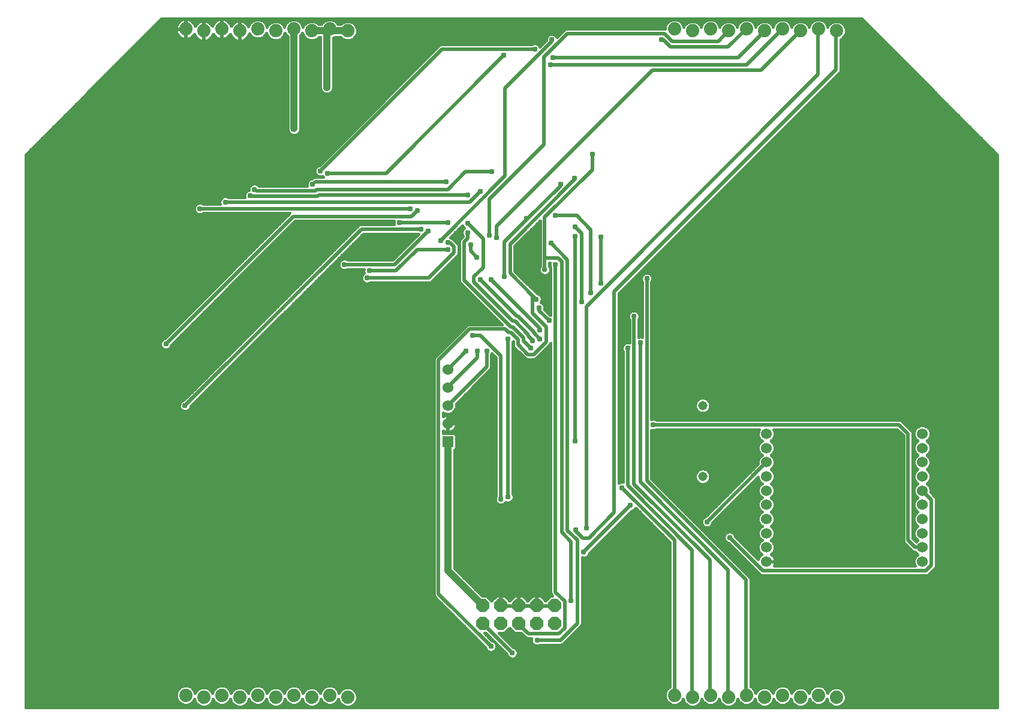
<source format=gbl>
G75*
G70*
%OFA0B0*%
%FSLAX24Y24*%
%IPPOS*%
%LPD*%
%AMOC8*
5,1,8,0,0,1.08239X$1,22.5*
%
%ADD10C,0.0740*%
%ADD11C,0.0600*%
%ADD12OC8,0.0740*%
%ADD13R,0.0600X0.0600*%
%ADD14C,0.0515*%
%ADD15C,0.0317*%
%ADD16C,0.0160*%
%ADD17C,0.0400*%
%ADD18C,0.0310*%
%ADD19C,0.0200*%
%ADD20C,0.0197*%
D10*
X009629Y007428D03*
X010629Y007328D03*
X011629Y007428D03*
X012629Y007328D03*
X013629Y007428D03*
X014629Y007328D03*
X015629Y007428D03*
X016629Y007328D03*
X017629Y007428D03*
X018629Y007328D03*
X036794Y007428D03*
X037794Y007328D03*
X038794Y007428D03*
X039794Y007328D03*
X040794Y007428D03*
X041794Y007328D03*
X042794Y007428D03*
X043794Y007328D03*
X044794Y007428D03*
X045794Y007328D03*
X045794Y044336D03*
X044794Y044436D03*
X043794Y044336D03*
X042794Y044436D03*
X041794Y044336D03*
X040794Y044436D03*
X039794Y044336D03*
X038794Y044436D03*
X037794Y044336D03*
X036794Y044436D03*
X018629Y044336D03*
X017629Y044436D03*
X016629Y044336D03*
X015629Y044436D03*
X014629Y044336D03*
X013629Y044436D03*
X012629Y044336D03*
X011629Y044436D03*
X010629Y044336D03*
X009629Y044436D03*
D11*
X024196Y025520D03*
X024196Y024520D03*
X024196Y023520D03*
X024196Y022520D03*
X041912Y021945D03*
X041912Y021157D03*
X041912Y020370D03*
X041912Y019583D03*
X041912Y018795D03*
X041912Y018008D03*
X041912Y017220D03*
X041912Y016433D03*
X041912Y015646D03*
X041912Y014858D03*
X050574Y014858D03*
X050574Y015646D03*
X050574Y016433D03*
X050574Y017220D03*
X050574Y018008D03*
X050574Y018795D03*
X050574Y019583D03*
X050574Y020370D03*
X050574Y021157D03*
X050574Y021945D03*
D12*
X030133Y012406D03*
X029133Y012406D03*
X028133Y012406D03*
X027133Y012406D03*
X026133Y012406D03*
X026133Y011406D03*
X027133Y011406D03*
X028133Y011406D03*
X029133Y011406D03*
X030133Y011406D03*
D13*
X024196Y021520D03*
D14*
X038369Y019583D03*
X038369Y023520D03*
D15*
X029235Y032417D03*
X028015Y032260D03*
D16*
X000740Y037461D02*
X000740Y006757D01*
X054738Y006757D01*
X054738Y037461D01*
X047192Y045007D01*
X008286Y045007D01*
X000740Y037461D01*
X000740Y037421D02*
X017612Y037421D01*
X017453Y037263D02*
X000740Y037263D01*
X000740Y037104D02*
X017295Y037104D01*
X017136Y036946D02*
X000740Y036946D01*
X000740Y036787D02*
X016900Y036787D01*
X016931Y036818D02*
X016842Y036730D01*
X016794Y036614D01*
X016794Y036489D01*
X016842Y036373D01*
X016931Y036284D01*
X017046Y036236D01*
X017172Y036236D01*
X017233Y036262D01*
X017236Y036255D01*
X017270Y036221D01*
X016782Y036221D01*
X016686Y036181D01*
X016623Y036118D01*
X016613Y036118D01*
X016498Y036070D01*
X016409Y035982D01*
X016361Y035866D01*
X016361Y035740D01*
X016374Y035709D01*
X013712Y035709D01*
X013626Y035795D01*
X013510Y035843D01*
X013385Y035843D01*
X013269Y035795D01*
X013181Y035706D01*
X013133Y035590D01*
X013133Y035482D01*
X013033Y035440D01*
X012944Y035352D01*
X012896Y035236D01*
X012896Y035111D01*
X012910Y035079D01*
X012019Y035079D01*
X012012Y035086D01*
X011896Y035134D01*
X011771Y035134D01*
X011655Y035086D01*
X011566Y034997D01*
X011519Y034882D01*
X011519Y034756D01*
X011532Y034725D01*
X010602Y034725D01*
X010595Y034732D01*
X010479Y034780D01*
X010354Y034780D01*
X010238Y034732D01*
X010149Y034643D01*
X010101Y034527D01*
X010101Y034402D01*
X010149Y034286D01*
X010238Y034198D01*
X010354Y034150D01*
X010479Y034150D01*
X010595Y034198D01*
X010602Y034205D01*
X015418Y034205D01*
X008474Y027260D01*
X008464Y027260D01*
X008348Y027212D01*
X008259Y027123D01*
X008211Y027008D01*
X008211Y026882D01*
X008259Y026766D01*
X008348Y026678D01*
X008464Y026630D01*
X008589Y026630D01*
X008705Y026678D01*
X008794Y026766D01*
X008841Y026882D01*
X008841Y026892D01*
X015721Y033771D01*
X021217Y033771D01*
X021204Y033740D01*
X021204Y033615D01*
X021217Y033583D01*
X019341Y033583D01*
X019245Y033543D01*
X009537Y023835D01*
X009527Y023835D01*
X009411Y023787D01*
X009322Y023698D01*
X009274Y023582D01*
X009274Y023457D01*
X009322Y023341D01*
X009411Y023253D01*
X009527Y023205D01*
X009652Y023205D01*
X009768Y023253D01*
X009856Y023341D01*
X009904Y023457D01*
X009904Y023467D01*
X019500Y033063D01*
X022514Y033063D01*
X022521Y033056D01*
X022561Y033040D01*
X021135Y031614D01*
X018633Y031614D01*
X018626Y031621D01*
X018510Y031669D01*
X018385Y031669D01*
X018269Y031621D01*
X018181Y031533D01*
X018133Y031417D01*
X018133Y031292D01*
X018181Y031176D01*
X018269Y031087D01*
X018385Y031039D01*
X018510Y031039D01*
X018626Y031087D01*
X018633Y031094D01*
X019524Y031094D01*
X019511Y031063D01*
X019511Y030937D01*
X019536Y030876D01*
X019529Y030873D01*
X019441Y030785D01*
X019393Y030669D01*
X019393Y030544D01*
X019441Y030428D01*
X019529Y030339D01*
X019645Y030291D01*
X019770Y030291D01*
X019886Y030339D01*
X019893Y030346D01*
X023184Y030346D01*
X023280Y030386D01*
X023353Y030459D01*
X024770Y031876D01*
X024810Y031972D01*
X024810Y032390D01*
X024770Y032486D01*
X024697Y032559D01*
X024534Y032722D01*
X024461Y032795D01*
X024392Y032824D01*
X024374Y032842D01*
X024335Y032858D01*
X025003Y033526D01*
X025031Y033459D01*
X025109Y033382D01*
X025031Y033304D01*
X024983Y033189D01*
X024983Y033063D01*
X025031Y032948D01*
X025038Y032941D01*
X025038Y032919D01*
X024954Y032835D01*
X024881Y032761D01*
X024841Y032666D01*
X024841Y030436D01*
X024881Y030341D01*
X027190Y028032D01*
X025365Y028032D01*
X025269Y027992D01*
X025196Y027919D01*
X023464Y026187D01*
X023424Y026091D01*
X023424Y012996D01*
X023464Y012900D01*
X023537Y012827D01*
X026282Y010081D01*
X026282Y010071D01*
X026330Y009955D01*
X026419Y009867D01*
X026535Y009819D01*
X026660Y009819D01*
X026776Y009867D01*
X026864Y009955D01*
X026912Y010071D01*
X026912Y010197D01*
X026864Y010312D01*
X026776Y010401D01*
X026660Y010449D01*
X026650Y010449D01*
X026223Y010876D01*
X026315Y010876D01*
X027463Y009727D01*
X027463Y009717D01*
X027511Y009601D01*
X027600Y009512D01*
X027716Y009465D01*
X027841Y009465D01*
X027957Y009512D01*
X028045Y009601D01*
X028093Y009717D01*
X028093Y009842D01*
X028045Y009958D01*
X027957Y010047D01*
X027841Y010095D01*
X027831Y010095D01*
X027050Y010876D01*
X027352Y010876D01*
X027633Y011156D01*
X027913Y010876D01*
X028283Y010876D01*
X028537Y010622D01*
X028632Y010583D01*
X028854Y010583D01*
X028841Y010551D01*
X028841Y010426D01*
X028889Y010310D01*
X028978Y010221D01*
X029094Y010173D01*
X029219Y010173D01*
X029335Y010221D01*
X029342Y010228D01*
X030507Y010228D01*
X030603Y010268D01*
X031548Y011213D01*
X031621Y011286D01*
X031660Y011381D01*
X031660Y015068D01*
X031692Y015055D01*
X031817Y015055D01*
X031933Y015103D01*
X032022Y015192D01*
X032070Y015307D01*
X032070Y015317D01*
X034406Y017654D01*
X034416Y017654D01*
X034532Y017701D01*
X034620Y017790D01*
X034637Y017829D01*
X036534Y015932D01*
X036534Y007894D01*
X036494Y007877D01*
X036345Y007728D01*
X036264Y007533D01*
X036264Y007323D01*
X036345Y007128D01*
X036494Y006979D01*
X036689Y006898D01*
X036900Y006898D01*
X037094Y006979D01*
X037243Y007128D01*
X037273Y007200D01*
X037345Y007028D01*
X037494Y006879D01*
X037689Y006798D01*
X037900Y006798D01*
X038094Y006879D01*
X038243Y007028D01*
X038315Y007200D01*
X038345Y007128D01*
X038494Y006979D01*
X038689Y006898D01*
X038900Y006898D01*
X039094Y006979D01*
X039243Y007128D01*
X039273Y007200D01*
X039345Y007028D01*
X039494Y006879D01*
X039689Y006798D01*
X039900Y006798D01*
X040094Y006879D01*
X040243Y007028D01*
X040315Y007200D01*
X040345Y007128D01*
X040494Y006979D01*
X040689Y006898D01*
X040900Y006898D01*
X041094Y006979D01*
X041243Y007128D01*
X041273Y007200D01*
X041345Y007028D01*
X041494Y006879D01*
X041689Y006798D01*
X041900Y006798D01*
X042094Y006879D01*
X042243Y007028D01*
X042315Y007200D01*
X042345Y007128D01*
X042494Y006979D01*
X042689Y006898D01*
X042900Y006898D01*
X043094Y006979D01*
X043243Y007128D01*
X043273Y007200D01*
X043345Y007028D01*
X043494Y006879D01*
X043689Y006798D01*
X043900Y006798D01*
X044094Y006879D01*
X044243Y007028D01*
X044315Y007200D01*
X044345Y007128D01*
X044494Y006979D01*
X044689Y006898D01*
X044900Y006898D01*
X045094Y006979D01*
X045243Y007128D01*
X045273Y007200D01*
X045345Y007028D01*
X045494Y006879D01*
X045689Y006798D01*
X045900Y006798D01*
X046094Y006879D01*
X046243Y007028D01*
X046324Y007223D01*
X046324Y007433D01*
X046243Y007628D01*
X046094Y007777D01*
X045900Y007858D01*
X045689Y007858D01*
X045494Y007777D01*
X045345Y007628D01*
X045315Y007556D01*
X045243Y007728D01*
X045094Y007877D01*
X044900Y007958D01*
X044689Y007958D01*
X044494Y007877D01*
X044345Y007728D01*
X044273Y007556D01*
X044243Y007628D01*
X044094Y007777D01*
X043900Y007858D01*
X043689Y007858D01*
X043494Y007777D01*
X043345Y007628D01*
X043315Y007556D01*
X043243Y007728D01*
X043094Y007877D01*
X042900Y007958D01*
X042689Y007958D01*
X042494Y007877D01*
X042345Y007728D01*
X042273Y007556D01*
X042243Y007628D01*
X042094Y007777D01*
X041900Y007858D01*
X041689Y007858D01*
X041494Y007777D01*
X041345Y007628D01*
X041315Y007556D01*
X041243Y007728D01*
X041094Y007877D01*
X041031Y007904D01*
X041031Y013886D01*
X040991Y013982D01*
X040918Y014055D01*
X035519Y019454D01*
X035519Y022155D01*
X035550Y022142D01*
X035676Y022142D01*
X035792Y022190D01*
X035799Y022197D01*
X041519Y022197D01*
X041452Y022036D01*
X041452Y021853D01*
X041522Y021684D01*
X041652Y021555D01*
X041661Y021551D01*
X041652Y021547D01*
X041522Y021418D01*
X041452Y021249D01*
X041452Y021066D01*
X041522Y020897D01*
X041652Y020768D01*
X041661Y020764D01*
X041652Y020760D01*
X041522Y020631D01*
X041452Y020462D01*
X035519Y020462D01*
X035519Y020620D02*
X041518Y020620D01*
X041452Y020462D02*
X041452Y020279D01*
X041453Y020278D01*
X038553Y017378D01*
X038543Y017378D01*
X038427Y017330D01*
X038338Y017241D01*
X038290Y017126D01*
X038290Y017000D01*
X038338Y016885D01*
X038427Y016796D01*
X038543Y016748D01*
X038668Y016748D01*
X038784Y016796D01*
X038872Y016885D01*
X038920Y017000D01*
X038920Y017010D01*
X041452Y019542D01*
X041452Y019491D01*
X041522Y019322D01*
X041652Y019193D01*
X041661Y019189D01*
X041652Y019185D01*
X041522Y019056D01*
X041452Y018887D01*
X041452Y018704D01*
X041522Y018535D01*
X041652Y018405D01*
X041661Y018402D01*
X041652Y018398D01*
X041522Y018268D01*
X041452Y018099D01*
X041452Y017916D01*
X041522Y017747D01*
X041652Y017618D01*
X041661Y017614D01*
X041652Y017610D01*
X041522Y017481D01*
X041452Y017312D01*
X041452Y017129D01*
X041522Y016960D01*
X041652Y016831D01*
X041661Y016827D01*
X041652Y016823D01*
X041522Y016694D01*
X041452Y016525D01*
X041452Y016342D01*
X041522Y016173D01*
X041652Y016043D01*
X041661Y016039D01*
X041652Y016036D01*
X041522Y015906D01*
X041452Y015737D01*
X041452Y015554D01*
X041522Y015385D01*
X041648Y015260D01*
X041600Y015224D01*
X041546Y015171D01*
X041502Y015110D01*
X041467Y015043D01*
X041448Y014982D01*
X040180Y016250D01*
X040180Y016260D01*
X040132Y016375D01*
X040043Y016464D01*
X039928Y016512D01*
X039802Y016512D01*
X039687Y016464D01*
X039598Y016375D01*
X039550Y016260D01*
X039550Y016134D01*
X039598Y016018D01*
X039687Y015930D01*
X039802Y015882D01*
X039812Y015882D01*
X041495Y014199D01*
X041568Y014126D01*
X041664Y014086D01*
X050822Y014086D01*
X050918Y014126D01*
X051233Y014441D01*
X051306Y014514D01*
X051346Y014610D01*
X051346Y018335D01*
X051306Y018431D01*
X051033Y018703D01*
X051034Y018704D01*
X051034Y018887D01*
X050964Y019056D01*
X050834Y019185D01*
X050825Y019189D01*
X050834Y019193D01*
X050964Y019322D01*
X051034Y019491D01*
X051034Y019674D01*
X050964Y019843D01*
X050834Y019973D01*
X050825Y019976D01*
X050834Y019980D01*
X050964Y020110D01*
X051034Y020279D01*
X051034Y020462D01*
X054738Y020462D01*
X054738Y020620D02*
X050968Y020620D01*
X050964Y020631D02*
X050834Y020760D01*
X050825Y020764D01*
X050834Y020768D01*
X050964Y020897D01*
X051034Y021066D01*
X051034Y021249D01*
X050964Y021418D01*
X050834Y021547D01*
X050825Y021551D01*
X050834Y021555D01*
X050964Y021684D01*
X051034Y021853D01*
X051034Y022036D01*
X050964Y022205D01*
X054738Y022205D01*
X054738Y022047D02*
X051029Y022047D01*
X051034Y021888D02*
X054738Y021888D01*
X054738Y021730D02*
X050983Y021730D01*
X050851Y021571D02*
X054738Y021571D01*
X054738Y021413D02*
X050966Y021413D01*
X051031Y021254D02*
X054738Y021254D01*
X054738Y021096D02*
X051034Y021096D01*
X050980Y020937D02*
X054738Y020937D01*
X054738Y020779D02*
X050846Y020779D01*
X050964Y020631D02*
X051034Y020462D01*
X051034Y020303D02*
X054738Y020303D01*
X054738Y020145D02*
X050978Y020145D01*
X050841Y019986D02*
X054738Y019986D01*
X054738Y019828D02*
X050970Y019828D01*
X051034Y019669D02*
X054738Y019669D01*
X054738Y019511D02*
X051034Y019511D01*
X050976Y019352D02*
X054738Y019352D01*
X054738Y019194D02*
X050835Y019194D01*
X050972Y019035D02*
X054738Y019035D01*
X054738Y018877D02*
X051034Y018877D01*
X051034Y018718D02*
X054738Y018718D01*
X054738Y018560D02*
X051177Y018560D01*
X051318Y018401D02*
X054738Y018401D01*
X054738Y018243D02*
X051346Y018243D01*
X051346Y018084D02*
X054738Y018084D01*
X054738Y017926D02*
X051346Y017926D01*
X051346Y017767D02*
X054738Y017767D01*
X054738Y017609D02*
X051346Y017609D01*
X051346Y017450D02*
X054738Y017450D01*
X054738Y017292D02*
X051346Y017292D01*
X051346Y017133D02*
X054738Y017133D01*
X054738Y016975D02*
X051346Y016975D01*
X051346Y016816D02*
X054738Y016816D01*
X054738Y016658D02*
X051346Y016658D01*
X051346Y016499D02*
X054738Y016499D01*
X054738Y016341D02*
X051346Y016341D01*
X051346Y016182D02*
X054738Y016182D01*
X054738Y016024D02*
X051346Y016024D01*
X051346Y015865D02*
X054738Y015865D01*
X054738Y015707D02*
X051346Y015707D01*
X051346Y015548D02*
X054738Y015548D01*
X054738Y015390D02*
X051346Y015390D01*
X051346Y015231D02*
X054738Y015231D01*
X054738Y015073D02*
X051346Y015073D01*
X051346Y014914D02*
X054738Y014914D01*
X054738Y014756D02*
X051346Y014756D01*
X051340Y014597D02*
X054738Y014597D01*
X054738Y014439D02*
X051231Y014439D01*
X051072Y014280D02*
X054738Y014280D01*
X054738Y014122D02*
X050908Y014122D01*
X050180Y014606D02*
X042323Y014606D01*
X042323Y014607D01*
X042357Y014674D01*
X042380Y014746D01*
X042392Y014820D01*
X042392Y014858D01*
X041912Y014858D01*
X041912Y014858D01*
X042392Y014858D01*
X042392Y014896D01*
X042380Y014971D01*
X042357Y015043D01*
X042323Y015110D01*
X042278Y015171D01*
X042225Y015224D01*
X042177Y015260D01*
X042302Y015385D01*
X042372Y015554D01*
X042372Y015737D01*
X042302Y015906D01*
X042173Y016036D01*
X042164Y016039D01*
X042173Y016043D01*
X042302Y016173D01*
X042372Y016342D01*
X042372Y016525D01*
X042302Y016694D01*
X042173Y016823D01*
X042164Y016827D01*
X042173Y016831D01*
X042302Y016960D01*
X042372Y017129D01*
X042372Y017312D01*
X042302Y017481D01*
X042173Y017610D01*
X042164Y017614D01*
X042173Y017618D01*
X042302Y017747D01*
X042372Y017916D01*
X042372Y018099D01*
X042302Y018268D01*
X042173Y018398D01*
X042164Y018402D01*
X042173Y018405D01*
X042302Y018535D01*
X042372Y018704D01*
X042372Y018887D01*
X042302Y019056D01*
X042173Y019185D01*
X042164Y019189D01*
X042173Y019193D01*
X042302Y019322D01*
X042372Y019491D01*
X042372Y019674D01*
X042302Y019843D01*
X042173Y019973D01*
X042164Y019976D01*
X042173Y019980D01*
X042302Y020110D01*
X042372Y020279D01*
X042372Y020462D01*
X049528Y020462D01*
X049528Y020620D02*
X042307Y020620D01*
X042302Y020631D02*
X042173Y020760D01*
X042164Y020764D01*
X042173Y020768D01*
X042302Y020897D01*
X042372Y021066D01*
X042372Y021249D01*
X042302Y021418D01*
X042173Y021547D01*
X042164Y021551D01*
X042173Y021555D01*
X042302Y021684D01*
X042372Y021853D01*
X042372Y022036D01*
X042306Y022197D01*
X043814Y022197D01*
X043818Y022198D01*
X049167Y022198D01*
X049528Y021838D01*
X049528Y015988D01*
X049567Y015893D01*
X049961Y015499D01*
X050034Y015427D01*
X050129Y015387D01*
X050183Y015387D01*
X050184Y015385D01*
X050313Y015256D01*
X050322Y015252D01*
X050313Y015248D01*
X050184Y015119D01*
X050114Y014950D01*
X050114Y014767D01*
X050180Y014606D01*
X050118Y014756D02*
X042382Y014756D01*
X042389Y014914D02*
X050114Y014914D01*
X050165Y015073D02*
X042342Y015073D01*
X042215Y015231D02*
X050296Y015231D01*
X050122Y015390D02*
X042304Y015390D01*
X042370Y015548D02*
X049912Y015548D01*
X049753Y015707D02*
X042372Y015707D01*
X042319Y015865D02*
X049595Y015865D01*
X049528Y016024D02*
X042185Y016024D01*
X042306Y016182D02*
X049528Y016182D01*
X049528Y016341D02*
X042372Y016341D01*
X042372Y016499D02*
X049528Y016499D01*
X049528Y016658D02*
X042317Y016658D01*
X042180Y016816D02*
X049528Y016816D01*
X049528Y016975D02*
X042308Y016975D01*
X042372Y017133D02*
X049528Y017133D01*
X049528Y017292D02*
X042372Y017292D01*
X042315Y017450D02*
X049528Y017450D01*
X049528Y017609D02*
X042174Y017609D01*
X042311Y017767D02*
X049528Y017767D01*
X049528Y017926D02*
X042372Y017926D01*
X042372Y018084D02*
X049528Y018084D01*
X049528Y018243D02*
X042313Y018243D01*
X042164Y018401D02*
X049528Y018401D01*
X049528Y018560D02*
X042313Y018560D01*
X042372Y018718D02*
X049528Y018718D01*
X049528Y018877D02*
X042372Y018877D01*
X042311Y019035D02*
X049528Y019035D01*
X049528Y019194D02*
X042174Y019194D01*
X042315Y019352D02*
X049528Y019352D01*
X049528Y019511D02*
X042372Y019511D01*
X042372Y019669D02*
X049528Y019669D01*
X049528Y019828D02*
X042309Y019828D01*
X042179Y019986D02*
X049528Y019986D01*
X049528Y020145D02*
X042317Y020145D01*
X042372Y020303D02*
X049528Y020303D01*
X049528Y020779D02*
X042184Y020779D01*
X042302Y020631D02*
X042372Y020462D01*
X042319Y020937D02*
X049528Y020937D01*
X049528Y021096D02*
X042372Y021096D01*
X042370Y021254D02*
X049528Y021254D01*
X049528Y021413D02*
X042304Y021413D01*
X042189Y021571D02*
X049528Y021571D01*
X049528Y021730D02*
X042321Y021730D01*
X042372Y021888D02*
X049477Y021888D01*
X049319Y022047D02*
X042368Y022047D01*
X041635Y021571D02*
X035519Y021571D01*
X035519Y021413D02*
X041520Y021413D01*
X041455Y021254D02*
X035519Y021254D01*
X035519Y021096D02*
X041452Y021096D01*
X041506Y020937D02*
X035519Y020937D01*
X035519Y020779D02*
X041640Y020779D01*
X041452Y020303D02*
X035519Y020303D01*
X035519Y020145D02*
X041319Y020145D01*
X041161Y019986D02*
X038485Y019986D01*
X038452Y020000D02*
X038286Y020000D01*
X038132Y019937D01*
X038015Y019819D01*
X037951Y019666D01*
X037951Y019500D01*
X038015Y019346D01*
X038132Y019229D01*
X038286Y019165D01*
X038452Y019165D01*
X038605Y019229D01*
X038723Y019346D01*
X038786Y019500D01*
X038786Y019666D01*
X038723Y019819D01*
X038605Y019937D01*
X038452Y020000D01*
X038253Y019986D02*
X035519Y019986D01*
X035519Y019828D02*
X038024Y019828D01*
X037953Y019669D02*
X035519Y019669D01*
X035519Y019511D02*
X037951Y019511D01*
X038012Y019352D02*
X035621Y019352D01*
X035779Y019194D02*
X038217Y019194D01*
X038521Y019194D02*
X040368Y019194D01*
X040210Y019035D02*
X035938Y019035D01*
X036096Y018877D02*
X040051Y018877D01*
X039893Y018718D02*
X036255Y018718D01*
X036413Y018560D02*
X039734Y018560D01*
X039576Y018401D02*
X036572Y018401D01*
X036730Y018243D02*
X039417Y018243D01*
X039259Y018084D02*
X036889Y018084D01*
X037047Y017926D02*
X039100Y017926D01*
X038942Y017767D02*
X037206Y017767D01*
X037364Y017609D02*
X038783Y017609D01*
X038625Y017450D02*
X037523Y017450D01*
X037681Y017292D02*
X038389Y017292D01*
X038293Y017133D02*
X037840Y017133D01*
X037998Y016975D02*
X038301Y016975D01*
X038406Y016816D02*
X038157Y016816D01*
X038315Y016658D02*
X041507Y016658D01*
X041452Y016499D02*
X039958Y016499D01*
X039772Y016499D02*
X038474Y016499D01*
X038632Y016341D02*
X039584Y016341D01*
X039550Y016182D02*
X038791Y016182D01*
X038949Y016024D02*
X039596Y016024D01*
X039829Y015865D02*
X039108Y015865D01*
X039266Y015707D02*
X039987Y015707D01*
X040146Y015548D02*
X039425Y015548D01*
X039583Y015390D02*
X040304Y015390D01*
X040463Y015231D02*
X039742Y015231D01*
X039900Y015073D02*
X040621Y015073D01*
X040780Y014914D02*
X040059Y014914D01*
X040217Y014756D02*
X040938Y014756D01*
X041097Y014597D02*
X040376Y014597D01*
X040534Y014439D02*
X041255Y014439D01*
X041414Y014280D02*
X040693Y014280D01*
X040851Y014122D02*
X041578Y014122D01*
X040999Y013963D02*
X054738Y013963D01*
X054738Y013805D02*
X041031Y013805D01*
X041031Y013646D02*
X054738Y013646D01*
X054738Y013488D02*
X041031Y013488D01*
X041031Y013329D02*
X054738Y013329D01*
X054738Y013171D02*
X041031Y013171D01*
X041031Y013012D02*
X054738Y013012D01*
X054738Y012854D02*
X041031Y012854D01*
X041031Y012695D02*
X054738Y012695D01*
X054738Y012537D02*
X041031Y012537D01*
X041031Y012378D02*
X054738Y012378D01*
X054738Y012220D02*
X041031Y012220D01*
X041031Y012061D02*
X054738Y012061D01*
X054738Y011903D02*
X041031Y011903D01*
X041031Y011744D02*
X054738Y011744D01*
X054738Y011586D02*
X041031Y011586D01*
X041031Y011427D02*
X054738Y011427D01*
X054738Y011269D02*
X041031Y011269D01*
X041031Y011110D02*
X054738Y011110D01*
X054738Y010952D02*
X041031Y010952D01*
X041031Y010793D02*
X054738Y010793D01*
X054738Y010635D02*
X041031Y010635D01*
X041031Y010476D02*
X054738Y010476D01*
X054738Y010318D02*
X041031Y010318D01*
X041031Y010159D02*
X054738Y010159D01*
X054738Y010001D02*
X041031Y010001D01*
X041031Y009842D02*
X054738Y009842D01*
X054738Y009684D02*
X041031Y009684D01*
X041031Y009525D02*
X054738Y009525D01*
X054738Y009367D02*
X041031Y009367D01*
X041031Y009208D02*
X054738Y009208D01*
X054738Y009050D02*
X041031Y009050D01*
X041031Y008891D02*
X054738Y008891D01*
X054738Y008733D02*
X041031Y008733D01*
X041031Y008574D02*
X054738Y008574D01*
X054738Y008416D02*
X041031Y008416D01*
X041031Y008257D02*
X054738Y008257D01*
X054738Y008099D02*
X041031Y008099D01*
X041031Y007940D02*
X042646Y007940D01*
X042399Y007782D02*
X042083Y007782D01*
X042245Y007623D02*
X042301Y007623D01*
X042293Y007148D02*
X042337Y007148D01*
X042205Y006989D02*
X042483Y006989D01*
X041979Y006831D02*
X043609Y006831D01*
X043383Y006989D02*
X043105Y006989D01*
X043252Y007148D02*
X043295Y007148D01*
X043287Y007623D02*
X043343Y007623D01*
X043190Y007782D02*
X043505Y007782D01*
X044083Y007782D02*
X044399Y007782D01*
X044301Y007623D02*
X044245Y007623D01*
X044293Y007148D02*
X044337Y007148D01*
X044205Y006989D02*
X044483Y006989D01*
X043979Y006831D02*
X045609Y006831D01*
X045383Y006989D02*
X045105Y006989D01*
X045252Y007148D02*
X045295Y007148D01*
X045287Y007623D02*
X045343Y007623D01*
X045190Y007782D02*
X045505Y007782D01*
X046083Y007782D02*
X054738Y007782D01*
X054738Y007940D02*
X044942Y007940D01*
X044646Y007940D02*
X042942Y007940D01*
X041505Y007782D02*
X041190Y007782D01*
X041287Y007623D02*
X041343Y007623D01*
X041295Y007148D02*
X041252Y007148D01*
X041383Y006989D02*
X041105Y006989D01*
X041609Y006831D02*
X039979Y006831D01*
X040205Y006989D02*
X040483Y006989D01*
X040337Y007148D02*
X040293Y007148D01*
X039609Y006831D02*
X037979Y006831D01*
X038205Y006989D02*
X038483Y006989D01*
X038337Y007148D02*
X038293Y007148D01*
X039105Y006989D02*
X039383Y006989D01*
X039295Y007148D02*
X039252Y007148D01*
X037609Y006831D02*
X018814Y006831D01*
X018734Y006798D02*
X018929Y006879D01*
X019078Y007028D01*
X019159Y007223D01*
X019159Y007433D01*
X019078Y007628D01*
X018929Y007777D01*
X018734Y007858D01*
X018523Y007858D01*
X018329Y007777D01*
X018180Y007628D01*
X018150Y007556D01*
X018078Y007728D01*
X017929Y007877D01*
X017734Y007958D01*
X017523Y007958D01*
X017329Y007877D01*
X017180Y007728D01*
X017108Y007556D01*
X017078Y007628D01*
X016929Y007777D01*
X016734Y007858D01*
X016523Y007858D01*
X016329Y007777D01*
X016180Y007628D01*
X016150Y007556D01*
X016078Y007728D01*
X015929Y007877D01*
X015734Y007958D01*
X015523Y007958D01*
X015329Y007877D01*
X015180Y007728D01*
X015108Y007556D01*
X015078Y007628D01*
X014929Y007777D01*
X014734Y007858D01*
X014523Y007858D01*
X014329Y007777D01*
X014180Y007628D01*
X014150Y007556D01*
X014078Y007728D01*
X013929Y007877D01*
X013734Y007958D01*
X013523Y007958D01*
X013329Y007877D01*
X013180Y007728D01*
X013108Y007556D01*
X013078Y007628D01*
X012929Y007777D01*
X012734Y007858D01*
X012523Y007858D01*
X012329Y007777D01*
X012180Y007628D01*
X012150Y007556D01*
X012078Y007728D01*
X011929Y007877D01*
X011734Y007958D01*
X011523Y007958D01*
X011329Y007877D01*
X011180Y007728D01*
X011108Y007556D01*
X011078Y007628D01*
X010929Y007777D01*
X010734Y007858D01*
X010523Y007858D01*
X010329Y007777D01*
X010180Y007628D01*
X010150Y007556D01*
X010078Y007728D01*
X009929Y007877D01*
X009734Y007958D01*
X009523Y007958D01*
X009329Y007877D01*
X009180Y007728D01*
X009099Y007533D01*
X009099Y007323D01*
X009180Y007128D01*
X009329Y006979D01*
X009523Y006898D01*
X009734Y006898D01*
X009929Y006979D01*
X010078Y007128D01*
X010108Y007200D01*
X010180Y007028D01*
X010329Y006879D01*
X010523Y006798D01*
X010734Y006798D01*
X010929Y006879D01*
X011078Y007028D01*
X011150Y007200D01*
X011180Y007128D01*
X011329Y006979D01*
X011523Y006898D01*
X011734Y006898D01*
X011929Y006979D01*
X012078Y007128D01*
X012108Y007200D01*
X012180Y007028D01*
X012329Y006879D01*
X012523Y006798D01*
X012734Y006798D01*
X012929Y006879D01*
X013078Y007028D01*
X013150Y007200D01*
X013180Y007128D01*
X013329Y006979D01*
X013523Y006898D01*
X013734Y006898D01*
X013929Y006979D01*
X014078Y007128D01*
X014108Y007200D01*
X014180Y007028D01*
X014329Y006879D01*
X014523Y006798D01*
X014734Y006798D01*
X014929Y006879D01*
X015078Y007028D01*
X015150Y007200D01*
X015180Y007128D01*
X015329Y006979D01*
X015523Y006898D01*
X015734Y006898D01*
X015929Y006979D01*
X016078Y007128D01*
X016108Y007200D01*
X016180Y007028D01*
X016329Y006879D01*
X016523Y006798D01*
X016734Y006798D01*
X016929Y006879D01*
X017078Y007028D01*
X017150Y007200D01*
X017180Y007128D01*
X017329Y006979D01*
X017523Y006898D01*
X017734Y006898D01*
X017929Y006979D01*
X018078Y007128D01*
X018108Y007200D01*
X018180Y007028D01*
X018329Y006879D01*
X018523Y006798D01*
X018734Y006798D01*
X018444Y006831D02*
X016814Y006831D01*
X017040Y006989D02*
X017318Y006989D01*
X017171Y007148D02*
X017128Y007148D01*
X017136Y007623D02*
X017080Y007623D01*
X017233Y007782D02*
X016918Y007782D01*
X016340Y007782D02*
X016024Y007782D01*
X016122Y007623D02*
X016178Y007623D01*
X016130Y007148D02*
X016086Y007148D01*
X016218Y006989D02*
X015940Y006989D01*
X016444Y006831D02*
X014814Y006831D01*
X015040Y006989D02*
X015318Y006989D01*
X015171Y007148D02*
X015128Y007148D01*
X015136Y007623D02*
X015080Y007623D01*
X015233Y007782D02*
X014918Y007782D01*
X014340Y007782D02*
X014024Y007782D01*
X014122Y007623D02*
X014178Y007623D01*
X014130Y007148D02*
X014086Y007148D01*
X014218Y006989D02*
X013940Y006989D01*
X014444Y006831D02*
X012814Y006831D01*
X013040Y006989D02*
X013318Y006989D01*
X013171Y007148D02*
X013128Y007148D01*
X013136Y007623D02*
X013080Y007623D01*
X013233Y007782D02*
X012918Y007782D01*
X012340Y007782D02*
X012024Y007782D01*
X012122Y007623D02*
X012178Y007623D01*
X012130Y007148D02*
X012086Y007148D01*
X012218Y006989D02*
X011940Y006989D01*
X012444Y006831D02*
X010814Y006831D01*
X011040Y006989D02*
X011318Y006989D01*
X011171Y007148D02*
X011128Y007148D01*
X011136Y007623D02*
X011080Y007623D01*
X011233Y007782D02*
X010918Y007782D01*
X010340Y007782D02*
X010024Y007782D01*
X010122Y007623D02*
X010178Y007623D01*
X010130Y007148D02*
X010086Y007148D01*
X010218Y006989D02*
X009940Y006989D01*
X010444Y006831D02*
X000740Y006831D01*
X000740Y006989D02*
X009318Y006989D01*
X009171Y007148D02*
X000740Y007148D01*
X000740Y007306D02*
X009106Y007306D01*
X009099Y007465D02*
X000740Y007465D01*
X000740Y007623D02*
X009136Y007623D01*
X009233Y007782D02*
X000740Y007782D01*
X000740Y007940D02*
X009481Y007940D01*
X009777Y007940D02*
X011481Y007940D01*
X011777Y007940D02*
X013481Y007940D01*
X013777Y007940D02*
X015481Y007940D01*
X015777Y007940D02*
X017481Y007940D01*
X017777Y007940D02*
X036534Y007940D01*
X036534Y008099D02*
X000740Y008099D01*
X000740Y008257D02*
X036534Y008257D01*
X036534Y008416D02*
X000740Y008416D01*
X000740Y008574D02*
X036534Y008574D01*
X036534Y008733D02*
X000740Y008733D01*
X000740Y008891D02*
X036534Y008891D01*
X036534Y009050D02*
X000740Y009050D01*
X000740Y009208D02*
X036534Y009208D01*
X036534Y009367D02*
X000740Y009367D01*
X000740Y009525D02*
X027587Y009525D01*
X027477Y009684D02*
X000740Y009684D01*
X000740Y009842D02*
X026478Y009842D01*
X026311Y010001D02*
X000740Y010001D01*
X000740Y010159D02*
X026204Y010159D01*
X026046Y010318D02*
X000740Y010318D01*
X000740Y010476D02*
X025887Y010476D01*
X025729Y010635D02*
X000740Y010635D01*
X000740Y010793D02*
X025570Y010793D01*
X025412Y010952D02*
X000740Y010952D01*
X000740Y011110D02*
X025253Y011110D01*
X025095Y011269D02*
X000740Y011269D01*
X000740Y011427D02*
X024936Y011427D01*
X024778Y011586D02*
X000740Y011586D01*
X000740Y011744D02*
X024619Y011744D01*
X024461Y011903D02*
X000740Y011903D01*
X000740Y012061D02*
X024302Y012061D01*
X024144Y012220D02*
X000740Y012220D01*
X000740Y012378D02*
X023985Y012378D01*
X023827Y012537D02*
X000740Y012537D01*
X000740Y012695D02*
X023668Y012695D01*
X023510Y012854D02*
X000740Y012854D01*
X000740Y013012D02*
X023424Y013012D01*
X023424Y013171D02*
X000740Y013171D01*
X000740Y013329D02*
X023424Y013329D01*
X023424Y013488D02*
X000740Y013488D01*
X000740Y013646D02*
X023424Y013646D01*
X023424Y013805D02*
X000740Y013805D01*
X000740Y013963D02*
X023424Y013963D01*
X023424Y014122D02*
X000740Y014122D01*
X000740Y014280D02*
X023424Y014280D01*
X023424Y014439D02*
X000740Y014439D01*
X000740Y014597D02*
X023424Y014597D01*
X023424Y014756D02*
X000740Y014756D01*
X000740Y014914D02*
X023424Y014914D01*
X023424Y015073D02*
X000740Y015073D01*
X000740Y015231D02*
X023424Y015231D01*
X023424Y015390D02*
X000740Y015390D01*
X000740Y015548D02*
X023424Y015548D01*
X023424Y015707D02*
X000740Y015707D01*
X000740Y015865D02*
X023424Y015865D01*
X023424Y016024D02*
X000740Y016024D01*
X000740Y016182D02*
X023424Y016182D01*
X023424Y016341D02*
X000740Y016341D01*
X000740Y016499D02*
X023424Y016499D01*
X023424Y016658D02*
X000740Y016658D01*
X000740Y016816D02*
X023424Y016816D01*
X023424Y016975D02*
X000740Y016975D01*
X000740Y017133D02*
X023424Y017133D01*
X023424Y017292D02*
X000740Y017292D01*
X000740Y017450D02*
X023424Y017450D01*
X023424Y017609D02*
X000740Y017609D01*
X000740Y017767D02*
X023424Y017767D01*
X023424Y017926D02*
X000740Y017926D01*
X000740Y018084D02*
X023424Y018084D01*
X023424Y018243D02*
X000740Y018243D01*
X000740Y018401D02*
X023424Y018401D01*
X023424Y018560D02*
X000740Y018560D01*
X000740Y018718D02*
X023424Y018718D01*
X023424Y018877D02*
X000740Y018877D01*
X000740Y019035D02*
X023424Y019035D01*
X023424Y019194D02*
X000740Y019194D01*
X000740Y019352D02*
X023424Y019352D01*
X023424Y019511D02*
X000740Y019511D01*
X000740Y019669D02*
X023424Y019669D01*
X023424Y019828D02*
X000740Y019828D01*
X000740Y019986D02*
X023424Y019986D01*
X023424Y020145D02*
X000740Y020145D01*
X000740Y020303D02*
X023424Y020303D01*
X023424Y020462D02*
X000740Y020462D01*
X000740Y020620D02*
X023424Y020620D01*
X023424Y020779D02*
X000740Y020779D01*
X000740Y020937D02*
X023424Y020937D01*
X023424Y021096D02*
X000740Y021096D01*
X000740Y021254D02*
X023424Y021254D01*
X023424Y021413D02*
X000740Y021413D01*
X000740Y021571D02*
X023424Y021571D01*
X023424Y021730D02*
X000740Y021730D01*
X000740Y021888D02*
X023424Y021888D01*
X023424Y022047D02*
X000740Y022047D01*
X000740Y022205D02*
X023424Y022205D01*
X023424Y022364D02*
X000740Y022364D01*
X000740Y022522D02*
X023424Y022522D01*
X023424Y022681D02*
X000740Y022681D01*
X000740Y022839D02*
X023424Y022839D01*
X023424Y022998D02*
X000740Y022998D01*
X000740Y023156D02*
X023424Y023156D01*
X023424Y023315D02*
X009830Y023315D01*
X009911Y023473D02*
X023424Y023473D01*
X023424Y023632D02*
X010069Y023632D01*
X010228Y023790D02*
X023424Y023790D01*
X023424Y023949D02*
X010386Y023949D01*
X010545Y024107D02*
X023424Y024107D01*
X023424Y024266D02*
X010703Y024266D01*
X010862Y024424D02*
X023424Y024424D01*
X023424Y024583D02*
X011020Y024583D01*
X011179Y024741D02*
X023424Y024741D01*
X023424Y024900D02*
X011337Y024900D01*
X011496Y025058D02*
X023424Y025058D01*
X023424Y025217D02*
X011654Y025217D01*
X011813Y025375D02*
X023424Y025375D01*
X023424Y025534D02*
X011971Y025534D01*
X012130Y025692D02*
X023424Y025692D01*
X023424Y025851D02*
X012288Y025851D01*
X012447Y026009D02*
X023424Y026009D01*
X023456Y026168D02*
X012605Y026168D01*
X012764Y026326D02*
X023603Y026326D01*
X023762Y026485D02*
X012922Y026485D01*
X013081Y026643D02*
X023920Y026643D01*
X024079Y026802D02*
X013239Y026802D01*
X013398Y026960D02*
X024237Y026960D01*
X024396Y027119D02*
X013556Y027119D01*
X013715Y027277D02*
X024554Y027277D01*
X024713Y027436D02*
X013873Y027436D01*
X014032Y027594D02*
X024871Y027594D01*
X025030Y027753D02*
X014190Y027753D01*
X014349Y027911D02*
X025188Y027911D01*
X026201Y029021D02*
X015458Y029021D01*
X015300Y028862D02*
X026359Y028862D01*
X026518Y028704D02*
X015141Y028704D01*
X014983Y028545D02*
X026676Y028545D01*
X026835Y028387D02*
X014824Y028387D01*
X014666Y028228D02*
X026993Y028228D01*
X027152Y028070D02*
X014507Y028070D01*
X014089Y028387D02*
X010336Y028387D01*
X010178Y028228D02*
X013930Y028228D01*
X013772Y028070D02*
X010019Y028070D01*
X009861Y027911D02*
X013613Y027911D01*
X013455Y027753D02*
X009702Y027753D01*
X009544Y027594D02*
X013296Y027594D01*
X013138Y027436D02*
X009385Y027436D01*
X009227Y027277D02*
X012979Y027277D01*
X012821Y027119D02*
X009068Y027119D01*
X008910Y026960D02*
X012662Y026960D01*
X012504Y026802D02*
X008808Y026802D01*
X008622Y026643D02*
X012345Y026643D01*
X012187Y026485D02*
X000740Y026485D01*
X000740Y026643D02*
X008431Y026643D01*
X008245Y026802D02*
X000740Y026802D01*
X000740Y026960D02*
X008211Y026960D01*
X008258Y027119D02*
X000740Y027119D01*
X000740Y027277D02*
X008491Y027277D01*
X008650Y027436D02*
X000740Y027436D01*
X000740Y027594D02*
X008808Y027594D01*
X008967Y027753D02*
X000740Y027753D01*
X000740Y027911D02*
X009125Y027911D01*
X009284Y028070D02*
X000740Y028070D01*
X000740Y028228D02*
X009442Y028228D01*
X009601Y028387D02*
X000740Y028387D01*
X000740Y028545D02*
X009759Y028545D01*
X009918Y028704D02*
X000740Y028704D01*
X000740Y028862D02*
X010076Y028862D01*
X010235Y029021D02*
X000740Y029021D01*
X000740Y029179D02*
X010393Y029179D01*
X010552Y029338D02*
X000740Y029338D01*
X000740Y029496D02*
X010710Y029496D01*
X010869Y029655D02*
X000740Y029655D01*
X000740Y029813D02*
X011027Y029813D01*
X011186Y029972D02*
X000740Y029972D01*
X000740Y030130D02*
X011344Y030130D01*
X011503Y030289D02*
X000740Y030289D01*
X000740Y030447D02*
X011661Y030447D01*
X011820Y030606D02*
X000740Y030606D01*
X000740Y030764D02*
X011978Y030764D01*
X012137Y030923D02*
X000740Y030923D01*
X000740Y031081D02*
X012295Y031081D01*
X012454Y031240D02*
X000740Y031240D01*
X000740Y031398D02*
X012612Y031398D01*
X012771Y031557D02*
X000740Y031557D01*
X000740Y031715D02*
X012929Y031715D01*
X013088Y031874D02*
X000740Y031874D01*
X000740Y032032D02*
X013246Y032032D01*
X013405Y032191D02*
X000740Y032191D01*
X000740Y032349D02*
X013563Y032349D01*
X013722Y032508D02*
X000740Y032508D01*
X000740Y032666D02*
X013880Y032666D01*
X014039Y032825D02*
X000740Y032825D01*
X000740Y032983D02*
X014197Y032983D01*
X014356Y033142D02*
X000740Y033142D01*
X000740Y033300D02*
X014514Y033300D01*
X014673Y033459D02*
X000740Y033459D01*
X000740Y033617D02*
X014831Y033617D01*
X014990Y033776D02*
X000740Y033776D01*
X000740Y033934D02*
X015148Y033934D01*
X015307Y034093D02*
X000740Y034093D01*
X000740Y034251D02*
X010184Y034251D01*
X010101Y034410D02*
X000740Y034410D01*
X000740Y034568D02*
X010118Y034568D01*
X010233Y034727D02*
X000740Y034727D01*
X000740Y034885D02*
X011520Y034885D01*
X011531Y034727D02*
X010599Y034727D01*
X011613Y035044D02*
X000740Y035044D01*
X000740Y035202D02*
X012896Y035202D01*
X012954Y035361D02*
X000740Y035361D01*
X000740Y035519D02*
X013133Y035519D01*
X013169Y035678D02*
X000740Y035678D01*
X000740Y035836D02*
X013370Y035836D01*
X013525Y035836D02*
X016361Y035836D01*
X016422Y035995D02*
X000740Y035995D01*
X000740Y036153D02*
X016659Y036153D01*
X016903Y036312D02*
X000740Y036312D01*
X000740Y036470D02*
X016802Y036470D01*
X016800Y036629D02*
X000740Y036629D01*
X000859Y037580D02*
X017770Y037580D01*
X017929Y037738D02*
X001017Y037738D01*
X001176Y037897D02*
X018087Y037897D01*
X018246Y038055D02*
X001334Y038055D01*
X001493Y038214D02*
X018404Y038214D01*
X018563Y038372D02*
X001651Y038372D01*
X001810Y038531D02*
X018721Y038531D01*
X018880Y038689D02*
X015938Y038689D01*
X015958Y038709D02*
X016012Y038842D01*
X016012Y044070D01*
X016078Y044136D01*
X016108Y044208D01*
X016180Y044036D01*
X016329Y043887D01*
X016523Y043806D01*
X016734Y043806D01*
X016929Y043887D01*
X017029Y043986D01*
X017103Y043986D01*
X017103Y041125D01*
X017158Y040993D01*
X017260Y040892D01*
X017392Y040837D01*
X017535Y040837D01*
X017667Y040892D01*
X017769Y040993D01*
X017823Y041125D01*
X017823Y043943D01*
X017929Y043986D01*
X018229Y043986D01*
X018329Y043887D01*
X018523Y043806D01*
X018734Y043806D01*
X018929Y043887D01*
X019078Y044036D01*
X019159Y044230D01*
X019159Y044441D01*
X019078Y044636D01*
X018929Y044785D01*
X018734Y044866D01*
X018523Y044866D01*
X018329Y044785D01*
X018250Y044706D01*
X018090Y044706D01*
X018078Y044736D01*
X017929Y044885D01*
X017734Y044966D01*
X017523Y044966D01*
X017329Y044885D01*
X017180Y044736D01*
X017167Y044706D01*
X017008Y044706D01*
X016929Y044785D01*
X016734Y044866D01*
X016523Y044866D01*
X016329Y044785D01*
X016180Y044636D01*
X016150Y044564D01*
X016078Y044736D01*
X015929Y044885D01*
X015734Y044966D01*
X015523Y044966D01*
X015329Y044885D01*
X015180Y044736D01*
X015108Y044564D01*
X015078Y044636D01*
X014929Y044785D01*
X014734Y044866D01*
X014523Y044866D01*
X014329Y044785D01*
X014180Y044636D01*
X014150Y044564D01*
X014078Y044736D01*
X013929Y044885D01*
X013734Y044966D01*
X013523Y044966D01*
X013329Y044885D01*
X013180Y044736D01*
X013118Y044587D01*
X013099Y044624D01*
X013048Y044694D01*
X012987Y044755D01*
X012917Y044806D01*
X012840Y044846D01*
X012758Y044872D01*
X012672Y044886D01*
X012649Y044886D01*
X012649Y044356D01*
X012609Y044356D01*
X012609Y044886D01*
X012586Y044886D01*
X012500Y044872D01*
X012418Y044846D01*
X012341Y044806D01*
X012271Y044755D01*
X012209Y044694D01*
X012158Y044624D01*
X012151Y044609D01*
X012139Y044647D01*
X012099Y044724D01*
X012048Y044794D01*
X011987Y044855D01*
X011917Y044906D01*
X011840Y044946D01*
X011758Y044972D01*
X011672Y044986D01*
X011649Y044986D01*
X011649Y044456D01*
X011609Y044456D01*
X011609Y044986D01*
X011586Y044986D01*
X011500Y044972D01*
X011418Y044946D01*
X011341Y044906D01*
X011271Y044855D01*
X011209Y044794D01*
X011158Y044724D01*
X011119Y044647D01*
X011107Y044609D01*
X011099Y044624D01*
X011048Y044694D01*
X010987Y044755D01*
X010917Y044806D01*
X010840Y044846D01*
X010758Y044872D01*
X010672Y044886D01*
X010649Y044886D01*
X010649Y044356D01*
X010609Y044356D01*
X010609Y044886D01*
X010586Y044886D01*
X010500Y044872D01*
X010418Y044846D01*
X010341Y044806D01*
X010271Y044755D01*
X010209Y044694D01*
X010158Y044624D01*
X010151Y044609D01*
X010139Y044647D01*
X010099Y044724D01*
X010048Y044794D01*
X009987Y044855D01*
X009917Y044906D01*
X009840Y044946D01*
X009758Y044972D01*
X009672Y044986D01*
X009649Y044986D01*
X009649Y044456D01*
X009609Y044456D01*
X009609Y044986D01*
X009586Y044986D01*
X009500Y044972D01*
X009418Y044946D01*
X009341Y044906D01*
X009271Y044855D01*
X009209Y044794D01*
X009158Y044724D01*
X009119Y044647D01*
X009092Y044565D01*
X009079Y044479D01*
X009079Y044456D01*
X009609Y044456D01*
X009609Y044416D01*
X009079Y044416D01*
X009079Y044393D01*
X009092Y044307D01*
X009119Y044225D01*
X009158Y044148D01*
X009209Y044078D01*
X007357Y044078D01*
X007199Y043920D02*
X009437Y043920D01*
X009418Y043926D02*
X009500Y043899D01*
X009586Y043886D01*
X009609Y043886D01*
X009609Y044416D01*
X009649Y044416D01*
X009649Y043886D01*
X009672Y043886D01*
X009758Y043899D01*
X009840Y043926D01*
X009917Y043965D01*
X009987Y044016D01*
X010048Y044078D01*
X010099Y044148D01*
X010107Y044163D01*
X010119Y044125D01*
X010158Y044048D01*
X010209Y043978D01*
X010271Y043916D01*
X010341Y043865D01*
X010418Y043826D01*
X010500Y043799D01*
X010586Y043786D01*
X010609Y043786D01*
X010609Y044316D01*
X010649Y044316D01*
X010649Y043786D01*
X010672Y043786D01*
X010758Y043799D01*
X010840Y043826D01*
X010917Y043865D01*
X010987Y043916D01*
X011048Y043978D01*
X011099Y044048D01*
X011139Y044125D01*
X011151Y044163D01*
X011158Y044148D01*
X011209Y044078D01*
X011115Y044078D01*
X011209Y044078D02*
X011271Y044016D01*
X011341Y043965D01*
X011418Y043926D01*
X011500Y043899D01*
X011586Y043886D01*
X011609Y043886D01*
X011609Y044416D01*
X011649Y044416D01*
X011649Y043886D01*
X011672Y043886D01*
X011758Y043899D01*
X011840Y043926D01*
X011917Y043965D01*
X011987Y044016D01*
X012048Y044078D01*
X012099Y044148D01*
X012107Y044163D01*
X012119Y044125D01*
X012158Y044048D01*
X012209Y043978D01*
X012271Y043916D01*
X012341Y043865D01*
X012418Y043826D01*
X012500Y043799D01*
X012586Y043786D01*
X012609Y043786D01*
X012609Y044316D01*
X012649Y044316D01*
X012649Y043786D01*
X012672Y043786D01*
X012758Y043799D01*
X012840Y043826D01*
X012917Y043865D01*
X012987Y043916D01*
X013048Y043978D01*
X013099Y044048D01*
X013139Y044125D01*
X013159Y044186D01*
X013180Y044136D01*
X013329Y043987D01*
X013523Y043906D01*
X013734Y043906D01*
X013929Y043987D01*
X014078Y044136D01*
X014108Y044208D01*
X014180Y044036D01*
X014329Y043887D01*
X014523Y043806D01*
X014734Y043806D01*
X014929Y043887D01*
X015078Y044036D01*
X015150Y044208D01*
X015180Y044136D01*
X015292Y044023D01*
X015292Y038842D01*
X015347Y038709D01*
X015449Y038608D01*
X015581Y038553D01*
X015724Y038553D01*
X015856Y038608D01*
X015958Y038709D01*
X016012Y038848D02*
X019038Y038848D01*
X019197Y039006D02*
X016012Y039006D01*
X016012Y039165D02*
X019355Y039165D01*
X019514Y039323D02*
X016012Y039323D01*
X016012Y039482D02*
X019672Y039482D01*
X019831Y039640D02*
X016012Y039640D01*
X016012Y039799D02*
X019989Y039799D01*
X020148Y039957D02*
X016012Y039957D01*
X016012Y040116D02*
X020306Y040116D01*
X020465Y040274D02*
X016012Y040274D01*
X016012Y040433D02*
X020623Y040433D01*
X020782Y040591D02*
X016012Y040591D01*
X016012Y040750D02*
X020940Y040750D01*
X021099Y040908D02*
X017684Y040908D01*
X017799Y041067D02*
X021257Y041067D01*
X021416Y041225D02*
X017823Y041225D01*
X017823Y041384D02*
X021574Y041384D01*
X021733Y041542D02*
X017823Y041542D01*
X017823Y041701D02*
X021891Y041701D01*
X022050Y041859D02*
X017823Y041859D01*
X017823Y042018D02*
X022208Y042018D01*
X022367Y042176D02*
X017823Y042176D01*
X017823Y042335D02*
X022525Y042335D01*
X022684Y042493D02*
X017823Y042493D01*
X017823Y042652D02*
X022842Y042652D01*
X023001Y042810D02*
X017823Y042810D01*
X017823Y042969D02*
X023159Y042969D01*
X023318Y043127D02*
X017823Y043127D01*
X017823Y043286D02*
X023476Y043286D01*
X023635Y043444D02*
X017823Y043444D01*
X017823Y043603D02*
X028891Y043603D01*
X028860Y043590D02*
X028853Y043583D01*
X023829Y043583D01*
X023734Y043543D01*
X023660Y043470D01*
X017056Y036866D01*
X017046Y036866D01*
X016931Y036818D01*
X015367Y038689D02*
X001968Y038689D01*
X002127Y038848D02*
X015292Y038848D01*
X015292Y039006D02*
X002285Y039006D01*
X002444Y039165D02*
X015292Y039165D01*
X015292Y039323D02*
X002602Y039323D01*
X002761Y039482D02*
X015292Y039482D01*
X015292Y039640D02*
X002919Y039640D01*
X003078Y039799D02*
X015292Y039799D01*
X015292Y039957D02*
X003236Y039957D01*
X003395Y040116D02*
X015292Y040116D01*
X015292Y040274D02*
X003553Y040274D01*
X003712Y040433D02*
X015292Y040433D01*
X015292Y040591D02*
X003870Y040591D01*
X004029Y040750D02*
X015292Y040750D01*
X015292Y040908D02*
X004187Y040908D01*
X004346Y041067D02*
X015292Y041067D01*
X015292Y041225D02*
X004504Y041225D01*
X004663Y041384D02*
X015292Y041384D01*
X015292Y041542D02*
X004821Y041542D01*
X004980Y041701D02*
X015292Y041701D01*
X015292Y041859D02*
X005138Y041859D01*
X005297Y042018D02*
X015292Y042018D01*
X015292Y042176D02*
X005455Y042176D01*
X005614Y042335D02*
X015292Y042335D01*
X015292Y042493D02*
X005772Y042493D01*
X005931Y042652D02*
X015292Y042652D01*
X015292Y042810D02*
X006089Y042810D01*
X006248Y042969D02*
X015292Y042969D01*
X015292Y043127D02*
X006406Y043127D01*
X006565Y043286D02*
X015292Y043286D01*
X015292Y043444D02*
X006723Y043444D01*
X006882Y043603D02*
X015292Y043603D01*
X015292Y043761D02*
X007040Y043761D01*
X007516Y044237D02*
X009115Y044237D01*
X009079Y044395D02*
X007674Y044395D01*
X007833Y044554D02*
X009091Y044554D01*
X009152Y044712D02*
X007991Y044712D01*
X008150Y044871D02*
X009292Y044871D01*
X009609Y044871D02*
X009649Y044871D01*
X009649Y044712D02*
X009609Y044712D01*
X009609Y044554D02*
X009649Y044554D01*
X009649Y044395D02*
X009609Y044395D01*
X009609Y044237D02*
X009649Y044237D01*
X009649Y044078D02*
X009609Y044078D01*
X009609Y043920D02*
X009649Y043920D01*
X009821Y043920D02*
X010267Y043920D01*
X010143Y044078D02*
X010049Y044078D01*
X010609Y044078D02*
X010649Y044078D01*
X010649Y043920D02*
X010609Y043920D01*
X010609Y044237D02*
X010649Y044237D01*
X010649Y044395D02*
X010609Y044395D01*
X010609Y044554D02*
X010649Y044554D01*
X010649Y044712D02*
X010609Y044712D01*
X010609Y044871D02*
X010649Y044871D01*
X010762Y044871D02*
X011292Y044871D01*
X011152Y044712D02*
X011030Y044712D01*
X010496Y044871D02*
X009966Y044871D01*
X010105Y044712D02*
X010228Y044712D01*
X009418Y043926D02*
X009341Y043965D01*
X009271Y044016D01*
X009209Y044078D01*
X010991Y043920D02*
X011437Y043920D01*
X011609Y043920D02*
X011649Y043920D01*
X011649Y044078D02*
X011609Y044078D01*
X011609Y044237D02*
X011649Y044237D01*
X011649Y044395D02*
X011609Y044395D01*
X011609Y044554D02*
X011649Y044554D01*
X011649Y044712D02*
X011609Y044712D01*
X011609Y044871D02*
X011649Y044871D01*
X011966Y044871D02*
X012496Y044871D01*
X012609Y044871D02*
X012649Y044871D01*
X012762Y044871D02*
X013314Y044871D01*
X013170Y044712D02*
X013030Y044712D01*
X012649Y044712D02*
X012609Y044712D01*
X012609Y044554D02*
X012649Y044554D01*
X012649Y044395D02*
X012609Y044395D01*
X012609Y044237D02*
X012649Y044237D01*
X012649Y044078D02*
X012609Y044078D01*
X012609Y043920D02*
X012649Y043920D01*
X012991Y043920D02*
X013489Y043920D01*
X013768Y043920D02*
X014295Y043920D01*
X014162Y044078D02*
X014021Y044078D01*
X014088Y044712D02*
X014256Y044712D01*
X013943Y044871D02*
X015314Y044871D01*
X015170Y044712D02*
X015002Y044712D01*
X015096Y044078D02*
X015237Y044078D01*
X015292Y043920D02*
X014962Y043920D01*
X016012Y043920D02*
X016295Y043920D01*
X016162Y044078D02*
X016021Y044078D01*
X016012Y043761D02*
X017103Y043761D01*
X017103Y043603D02*
X016012Y043603D01*
X016012Y043444D02*
X017103Y043444D01*
X017103Y043286D02*
X016012Y043286D01*
X016012Y043127D02*
X017103Y043127D01*
X017103Y042969D02*
X016012Y042969D01*
X016012Y042810D02*
X017103Y042810D01*
X017103Y042652D02*
X016012Y042652D01*
X016012Y042493D02*
X017103Y042493D01*
X017103Y042335D02*
X016012Y042335D01*
X016012Y042176D02*
X017103Y042176D01*
X017103Y042018D02*
X016012Y042018D01*
X016012Y041859D02*
X017103Y041859D01*
X017103Y041701D02*
X016012Y041701D01*
X016012Y041542D02*
X017103Y041542D01*
X017103Y041384D02*
X016012Y041384D01*
X016012Y041225D02*
X017103Y041225D01*
X017128Y041067D02*
X016012Y041067D01*
X016012Y040908D02*
X017243Y040908D01*
X017823Y043761D02*
X029621Y043761D01*
X029668Y043809D02*
X029322Y043462D01*
X029305Y043501D01*
X029217Y043590D01*
X029101Y043638D01*
X028976Y043638D01*
X028860Y043590D01*
X029185Y043603D02*
X029462Y043603D01*
X029668Y043809D02*
X029668Y043897D01*
X029716Y044013D01*
X029805Y044102D01*
X029920Y044150D01*
X030046Y044150D01*
X030162Y044102D01*
X030250Y044013D01*
X030266Y043974D01*
X030629Y044336D01*
X030702Y044409D01*
X030798Y044449D01*
X036264Y044449D01*
X036264Y044541D01*
X036345Y044736D01*
X036494Y044885D01*
X036689Y044966D01*
X036900Y044966D01*
X037094Y044885D01*
X037243Y044736D01*
X037315Y044564D01*
X037345Y044636D01*
X037494Y044785D01*
X037689Y044866D01*
X037900Y044866D01*
X038094Y044785D01*
X038243Y044636D01*
X038273Y044564D01*
X038345Y044736D01*
X038494Y044885D01*
X038689Y044966D01*
X038900Y044966D01*
X039094Y044885D01*
X039243Y044736D01*
X039315Y044564D01*
X039345Y044636D01*
X039494Y044785D01*
X039689Y044866D01*
X039900Y044866D01*
X040094Y044785D01*
X040243Y044636D01*
X040273Y044564D01*
X040345Y044736D01*
X040494Y044885D01*
X040689Y044966D01*
X040900Y044966D01*
X041094Y044885D01*
X041243Y044736D01*
X041315Y044564D01*
X041345Y044636D01*
X041494Y044785D01*
X041689Y044866D01*
X041900Y044866D01*
X042094Y044785D01*
X042243Y044636D01*
X042273Y044564D01*
X042345Y044736D01*
X042494Y044885D01*
X042689Y044966D01*
X042900Y044966D01*
X043094Y044885D01*
X043243Y044736D01*
X043315Y044564D01*
X043345Y044636D01*
X043494Y044785D01*
X043689Y044866D01*
X043900Y044866D01*
X044094Y044785D01*
X044243Y044636D01*
X044273Y044564D01*
X044345Y044736D01*
X044494Y044885D01*
X044689Y044966D01*
X044900Y044966D01*
X045094Y044885D01*
X045243Y044736D01*
X045315Y044564D01*
X045345Y044636D01*
X045494Y044785D01*
X045689Y044866D01*
X045900Y044866D01*
X046094Y044785D01*
X046243Y044636D01*
X046324Y044441D01*
X046324Y044230D01*
X046243Y044036D01*
X046094Y043887D01*
X046031Y043860D01*
X046031Y042129D01*
X045991Y042034D01*
X045918Y041961D01*
X033708Y029751D01*
X033708Y019222D01*
X033818Y019268D01*
X033936Y019268D01*
X033936Y026523D01*
X033929Y026530D01*
X033881Y026646D01*
X033881Y026771D01*
X033929Y026887D01*
X034017Y026976D01*
X034133Y027024D01*
X034258Y027024D01*
X034290Y027011D01*
X034290Y028295D01*
X034283Y028302D01*
X034235Y028418D01*
X034235Y028543D01*
X034283Y028659D01*
X034372Y028747D01*
X034487Y028795D01*
X034613Y028795D01*
X034729Y028747D01*
X034817Y028659D01*
X034865Y028543D01*
X034865Y028418D01*
X034817Y028302D01*
X034810Y028295D01*
X034810Y027326D01*
X034842Y027339D01*
X034967Y027339D01*
X034999Y027326D01*
X034999Y030381D01*
X034992Y030388D01*
X034944Y030504D01*
X034944Y030630D01*
X034992Y030745D01*
X035080Y030834D01*
X035196Y030882D01*
X035321Y030882D01*
X035437Y030834D01*
X035526Y030745D01*
X035574Y030630D01*
X035574Y030504D01*
X035526Y030388D01*
X035519Y030381D01*
X035519Y022759D01*
X035550Y022772D01*
X035676Y022772D01*
X035792Y022724D01*
X035799Y022717D01*
X043814Y022717D01*
X043818Y022715D01*
X049326Y022715D01*
X049421Y022676D01*
X049933Y022164D01*
X050005Y022091D01*
X050045Y021996D01*
X050045Y016146D01*
X050234Y015957D01*
X050313Y016036D01*
X050322Y016039D01*
X050313Y016043D01*
X050184Y016173D01*
X050114Y016342D01*
X050114Y016525D01*
X050184Y016694D01*
X050313Y016823D01*
X050322Y016827D01*
X050313Y016831D01*
X050184Y016960D01*
X050114Y017129D01*
X050114Y017312D01*
X050184Y017481D01*
X050313Y017610D01*
X050322Y017614D01*
X050313Y017618D01*
X050184Y017747D01*
X050114Y017916D01*
X050114Y018099D01*
X050184Y018268D01*
X050313Y018398D01*
X050322Y018402D01*
X050313Y018405D01*
X050184Y018535D01*
X050114Y018704D01*
X050114Y018887D01*
X050184Y019056D01*
X050313Y019185D01*
X050322Y019189D01*
X050313Y019193D01*
X050184Y019322D01*
X050114Y019491D01*
X050114Y019674D01*
X050184Y019843D01*
X050313Y019973D01*
X050322Y019976D01*
X050313Y019980D01*
X050184Y020110D01*
X050114Y020279D01*
X050114Y020462D01*
X050045Y020462D01*
X050114Y020462D02*
X050184Y020631D01*
X050313Y020760D01*
X050322Y020764D01*
X050313Y020768D01*
X050184Y020897D01*
X050114Y021066D01*
X050114Y021249D01*
X050184Y021418D01*
X050313Y021547D01*
X050322Y021551D01*
X050313Y021555D01*
X050184Y021684D01*
X050114Y021853D01*
X050114Y022036D01*
X050184Y022205D01*
X049891Y022205D01*
X050024Y022047D02*
X050118Y022047D01*
X050114Y021888D02*
X050045Y021888D01*
X050045Y021730D02*
X050165Y021730D01*
X050045Y021571D02*
X050297Y021571D01*
X050182Y021413D02*
X050045Y021413D01*
X050045Y021254D02*
X050116Y021254D01*
X050114Y021096D02*
X050045Y021096D01*
X050045Y020937D02*
X050167Y020937D01*
X050045Y020779D02*
X050302Y020779D01*
X050179Y020620D02*
X050045Y020620D01*
X050045Y020303D02*
X050114Y020303D01*
X050169Y020145D02*
X050045Y020145D01*
X050045Y019986D02*
X050307Y019986D01*
X050177Y019828D02*
X050045Y019828D01*
X050045Y019669D02*
X050114Y019669D01*
X050114Y019511D02*
X050045Y019511D01*
X050045Y019352D02*
X050171Y019352D01*
X050045Y019194D02*
X050312Y019194D01*
X050175Y019035D02*
X050045Y019035D01*
X050045Y018877D02*
X050114Y018877D01*
X050114Y018718D02*
X050045Y018718D01*
X050045Y018560D02*
X050173Y018560D01*
X050045Y018401D02*
X050322Y018401D01*
X050173Y018243D02*
X050045Y018243D01*
X050045Y018084D02*
X050114Y018084D01*
X050114Y017926D02*
X050045Y017926D01*
X050045Y017767D02*
X050175Y017767D01*
X050045Y017609D02*
X050312Y017609D01*
X050171Y017450D02*
X050045Y017450D01*
X050045Y017292D02*
X050114Y017292D01*
X050114Y017133D02*
X050045Y017133D01*
X050045Y016975D02*
X050178Y016975D01*
X050306Y016816D02*
X050045Y016816D01*
X050045Y016658D02*
X050169Y016658D01*
X050114Y016499D02*
X050045Y016499D01*
X050045Y016341D02*
X050114Y016341D01*
X050180Y016182D02*
X050045Y016182D01*
X050167Y016024D02*
X050301Y016024D01*
X050184Y022205D02*
X050313Y022335D01*
X050482Y022405D01*
X050665Y022405D01*
X050834Y022335D01*
X050964Y022205D01*
X050764Y022364D02*
X054738Y022364D01*
X054738Y022522D02*
X049574Y022522D01*
X049733Y022364D02*
X050383Y022364D01*
X049409Y022681D02*
X054738Y022681D01*
X054738Y022839D02*
X035519Y022839D01*
X035519Y022998D02*
X054738Y022998D01*
X054738Y023156D02*
X038583Y023156D01*
X038605Y023166D02*
X038723Y023283D01*
X038786Y023437D01*
X038786Y023603D01*
X038723Y023756D01*
X038605Y023874D01*
X038452Y023937D01*
X038286Y023937D01*
X038132Y023874D01*
X038015Y023756D01*
X037951Y023603D01*
X037951Y023437D01*
X038015Y023283D01*
X038132Y023166D01*
X038286Y023102D01*
X038452Y023102D01*
X038605Y023166D01*
X038736Y023315D02*
X054738Y023315D01*
X054738Y023473D02*
X038786Y023473D01*
X038774Y023632D02*
X054738Y023632D01*
X054738Y023790D02*
X038689Y023790D01*
X038049Y023790D02*
X035519Y023790D01*
X035519Y023632D02*
X037964Y023632D01*
X037951Y023473D02*
X035519Y023473D01*
X035519Y023315D02*
X038002Y023315D01*
X038155Y023156D02*
X035519Y023156D01*
X035519Y023949D02*
X054738Y023949D01*
X054738Y024107D02*
X035519Y024107D01*
X035519Y024266D02*
X054738Y024266D01*
X054738Y024424D02*
X035519Y024424D01*
X035519Y024583D02*
X054738Y024583D01*
X054738Y024741D02*
X035519Y024741D01*
X035519Y024900D02*
X054738Y024900D01*
X054738Y025058D02*
X035519Y025058D01*
X035519Y025217D02*
X054738Y025217D01*
X054738Y025375D02*
X035519Y025375D01*
X035519Y025534D02*
X054738Y025534D01*
X054738Y025692D02*
X035519Y025692D01*
X035519Y025851D02*
X054738Y025851D01*
X054738Y026009D02*
X035519Y026009D01*
X035519Y026168D02*
X054738Y026168D01*
X054738Y026326D02*
X035519Y026326D01*
X035519Y026485D02*
X054738Y026485D01*
X054738Y026643D02*
X035519Y026643D01*
X035519Y026802D02*
X054738Y026802D01*
X054738Y026960D02*
X035519Y026960D01*
X035519Y027119D02*
X054738Y027119D01*
X054738Y027277D02*
X035519Y027277D01*
X035519Y027436D02*
X054738Y027436D01*
X054738Y027594D02*
X035519Y027594D01*
X035519Y027753D02*
X054738Y027753D01*
X054738Y027911D02*
X035519Y027911D01*
X035519Y028070D02*
X054738Y028070D01*
X054738Y028228D02*
X035519Y028228D01*
X035519Y028387D02*
X054738Y028387D01*
X054738Y028545D02*
X035519Y028545D01*
X035519Y028704D02*
X054738Y028704D01*
X054738Y028862D02*
X035519Y028862D01*
X035519Y029021D02*
X054738Y029021D01*
X054738Y029179D02*
X035519Y029179D01*
X035519Y029338D02*
X054738Y029338D01*
X054738Y029496D02*
X035519Y029496D01*
X035519Y029655D02*
X054738Y029655D01*
X054738Y029813D02*
X035519Y029813D01*
X035519Y029972D02*
X054738Y029972D01*
X054738Y030130D02*
X035519Y030130D01*
X035519Y030289D02*
X054738Y030289D01*
X054738Y030447D02*
X035550Y030447D01*
X035574Y030606D02*
X054738Y030606D01*
X054738Y030764D02*
X035507Y030764D01*
X035011Y030764D02*
X034722Y030764D01*
X034880Y030923D02*
X054738Y030923D01*
X054738Y031081D02*
X035039Y031081D01*
X035197Y031240D02*
X054738Y031240D01*
X054738Y031398D02*
X035356Y031398D01*
X035514Y031557D02*
X054738Y031557D01*
X054738Y031715D02*
X035673Y031715D01*
X035831Y031874D02*
X054738Y031874D01*
X054738Y032032D02*
X035990Y032032D01*
X036148Y032191D02*
X054738Y032191D01*
X054738Y032349D02*
X036307Y032349D01*
X036465Y032508D02*
X054738Y032508D01*
X054738Y032666D02*
X036624Y032666D01*
X036782Y032825D02*
X054738Y032825D01*
X054738Y032983D02*
X036941Y032983D01*
X037099Y033142D02*
X054738Y033142D01*
X054738Y033300D02*
X037258Y033300D01*
X037416Y033459D02*
X054738Y033459D01*
X054738Y033617D02*
X037575Y033617D01*
X037733Y033776D02*
X054738Y033776D01*
X054738Y033934D02*
X037892Y033934D01*
X038050Y034093D02*
X054738Y034093D01*
X054738Y034251D02*
X038209Y034251D01*
X038367Y034410D02*
X054738Y034410D01*
X054738Y034568D02*
X038526Y034568D01*
X038684Y034727D02*
X054738Y034727D01*
X054738Y034885D02*
X038843Y034885D01*
X039001Y035044D02*
X054738Y035044D01*
X054738Y035202D02*
X039160Y035202D01*
X039318Y035361D02*
X054738Y035361D01*
X054738Y035519D02*
X039477Y035519D01*
X039635Y035678D02*
X054738Y035678D01*
X054738Y035836D02*
X039794Y035836D01*
X039952Y035995D02*
X054738Y035995D01*
X054738Y036153D02*
X040111Y036153D01*
X040269Y036312D02*
X054738Y036312D01*
X054738Y036470D02*
X040428Y036470D01*
X040586Y036629D02*
X054738Y036629D01*
X054738Y036787D02*
X040745Y036787D01*
X040903Y036946D02*
X054738Y036946D01*
X054738Y037104D02*
X041062Y037104D01*
X041220Y037263D02*
X054738Y037263D01*
X054738Y037421D02*
X041379Y037421D01*
X041537Y037580D02*
X054619Y037580D01*
X054461Y037738D02*
X041696Y037738D01*
X041854Y037897D02*
X054302Y037897D01*
X054144Y038055D02*
X042013Y038055D01*
X042171Y038214D02*
X053985Y038214D01*
X053827Y038372D02*
X042330Y038372D01*
X042488Y038531D02*
X053668Y038531D01*
X053510Y038689D02*
X042647Y038689D01*
X042805Y038848D02*
X053351Y038848D01*
X053193Y039006D02*
X042964Y039006D01*
X043122Y039165D02*
X053034Y039165D01*
X052876Y039323D02*
X043281Y039323D01*
X043439Y039482D02*
X052717Y039482D01*
X052559Y039640D02*
X043598Y039640D01*
X043756Y039799D02*
X052400Y039799D01*
X052242Y039957D02*
X043915Y039957D01*
X044073Y040116D02*
X052083Y040116D01*
X051925Y040274D02*
X044232Y040274D01*
X044390Y040433D02*
X051766Y040433D01*
X051608Y040591D02*
X044549Y040591D01*
X044707Y040750D02*
X051449Y040750D01*
X051291Y040908D02*
X044866Y040908D01*
X045024Y041067D02*
X051132Y041067D01*
X050974Y041225D02*
X045183Y041225D01*
X045341Y041384D02*
X050815Y041384D01*
X050657Y041542D02*
X045500Y041542D01*
X045658Y041701D02*
X050498Y041701D01*
X050340Y041859D02*
X045817Y041859D01*
X045975Y042018D02*
X050181Y042018D01*
X050023Y042176D02*
X046031Y042176D01*
X046031Y042335D02*
X049864Y042335D01*
X049706Y042493D02*
X046031Y042493D01*
X046031Y042652D02*
X049547Y042652D01*
X049389Y042810D02*
X046031Y042810D01*
X046031Y042969D02*
X049230Y042969D01*
X049072Y043127D02*
X046031Y043127D01*
X046031Y043286D02*
X048913Y043286D01*
X048755Y043444D02*
X046031Y043444D01*
X046031Y043603D02*
X048596Y043603D01*
X048438Y043761D02*
X046031Y043761D01*
X046128Y043920D02*
X048279Y043920D01*
X048121Y044078D02*
X046261Y044078D01*
X046324Y044237D02*
X047962Y044237D01*
X047804Y044395D02*
X046324Y044395D01*
X046278Y044554D02*
X047645Y044554D01*
X047487Y044712D02*
X046167Y044712D01*
X045421Y044712D02*
X045253Y044712D01*
X045109Y044871D02*
X047328Y044871D01*
X044480Y044871D02*
X043109Y044871D01*
X043253Y044712D02*
X043421Y044712D01*
X044167Y044712D02*
X044335Y044712D01*
X042480Y044871D02*
X041109Y044871D01*
X041253Y044712D02*
X041421Y044712D01*
X042167Y044712D02*
X042335Y044712D01*
X040480Y044871D02*
X039109Y044871D01*
X039253Y044712D02*
X039421Y044712D01*
X038480Y044871D02*
X037109Y044871D01*
X037253Y044712D02*
X037421Y044712D01*
X038167Y044712D02*
X038335Y044712D01*
X040167Y044712D02*
X040335Y044712D01*
X036480Y044871D02*
X017943Y044871D01*
X018088Y044712D02*
X018256Y044712D01*
X019002Y044712D02*
X036335Y044712D01*
X036269Y044554D02*
X019112Y044554D01*
X019159Y044395D02*
X030688Y044395D01*
X030530Y044237D02*
X019159Y044237D01*
X019096Y044078D02*
X029781Y044078D01*
X029678Y043920D02*
X018962Y043920D01*
X018295Y043920D02*
X017823Y043920D01*
X017103Y043920D02*
X016962Y043920D01*
X017002Y044712D02*
X017170Y044712D01*
X017314Y044871D02*
X015943Y044871D01*
X016088Y044712D02*
X016256Y044712D01*
X013237Y044078D02*
X013115Y044078D01*
X012267Y043920D02*
X011821Y043920D01*
X012049Y044078D02*
X012143Y044078D01*
X012105Y044712D02*
X012228Y044712D01*
X015567Y033617D02*
X021204Y033617D01*
X022187Y032666D02*
X019104Y032666D01*
X018945Y032508D02*
X022029Y032508D01*
X021870Y032349D02*
X018787Y032349D01*
X018628Y032191D02*
X021712Y032191D01*
X021553Y032032D02*
X018470Y032032D01*
X018311Y031874D02*
X021395Y031874D01*
X021236Y031715D02*
X018153Y031715D01*
X018205Y031557D02*
X017994Y031557D01*
X018133Y031398D02*
X017836Y031398D01*
X017677Y031240D02*
X018154Y031240D01*
X018284Y031081D02*
X017519Y031081D01*
X017360Y030923D02*
X019517Y030923D01*
X019518Y031081D02*
X018612Y031081D01*
X019432Y030764D02*
X017202Y030764D01*
X017043Y030606D02*
X019393Y030606D01*
X019432Y030447D02*
X016885Y030447D01*
X016726Y030289D02*
X024933Y030289D01*
X024841Y030447D02*
X023342Y030447D01*
X023353Y030459D02*
X023353Y030459D01*
X023500Y030606D02*
X024841Y030606D01*
X024841Y030764D02*
X023659Y030764D01*
X023817Y030923D02*
X024841Y030923D01*
X024841Y031081D02*
X023976Y031081D01*
X024134Y031240D02*
X024841Y031240D01*
X024841Y031398D02*
X024293Y031398D01*
X024451Y031557D02*
X024841Y031557D01*
X024841Y031715D02*
X024610Y031715D01*
X024768Y031874D02*
X024841Y031874D01*
X024841Y032032D02*
X024810Y032032D01*
X024810Y032191D02*
X024841Y032191D01*
X024841Y032349D02*
X024810Y032349D01*
X024841Y032508D02*
X024748Y032508D01*
X024697Y032559D02*
X024697Y032559D01*
X024590Y032666D02*
X024841Y032666D01*
X024944Y032825D02*
X024391Y032825D01*
X024460Y032983D02*
X025016Y032983D01*
X024983Y033142D02*
X024619Y033142D01*
X024777Y033300D02*
X025029Y033300D01*
X025032Y033459D02*
X024936Y033459D01*
X024534Y032722D02*
X024534Y032722D01*
X022504Y032983D02*
X019421Y032983D01*
X019262Y032825D02*
X022346Y032825D01*
X019161Y033459D02*
X015408Y033459D01*
X015250Y033300D02*
X019002Y033300D01*
X018844Y033142D02*
X015091Y033142D01*
X014933Y032983D02*
X018685Y032983D01*
X018527Y032825D02*
X014774Y032825D01*
X014616Y032666D02*
X018368Y032666D01*
X018210Y032508D02*
X014457Y032508D01*
X014299Y032349D02*
X018051Y032349D01*
X017893Y032191D02*
X014140Y032191D01*
X013982Y032032D02*
X017734Y032032D01*
X017576Y031874D02*
X013823Y031874D01*
X013665Y031715D02*
X017417Y031715D01*
X017259Y031557D02*
X013506Y031557D01*
X013348Y031398D02*
X017100Y031398D01*
X016942Y031240D02*
X013189Y031240D01*
X013031Y031081D02*
X016783Y031081D01*
X016625Y030923D02*
X012872Y030923D01*
X012714Y030764D02*
X016466Y030764D01*
X016308Y030606D02*
X012555Y030606D01*
X012397Y030447D02*
X016149Y030447D01*
X015991Y030289D02*
X012238Y030289D01*
X012080Y030130D02*
X015832Y030130D01*
X015674Y029972D02*
X011921Y029972D01*
X011763Y029813D02*
X015515Y029813D01*
X015357Y029655D02*
X011604Y029655D01*
X011446Y029496D02*
X015198Y029496D01*
X015040Y029338D02*
X011287Y029338D01*
X011129Y029179D02*
X014881Y029179D01*
X014723Y029021D02*
X010970Y029021D01*
X010812Y028862D02*
X014564Y028862D01*
X014406Y028704D02*
X010653Y028704D01*
X010495Y028545D02*
X014247Y028545D01*
X015617Y029179D02*
X026042Y029179D01*
X025884Y029338D02*
X015775Y029338D01*
X015934Y029496D02*
X025725Y029496D01*
X025567Y029655D02*
X016092Y029655D01*
X016251Y029813D02*
X025408Y029813D01*
X025250Y029972D02*
X016409Y029972D01*
X016568Y030130D02*
X025091Y030130D01*
X027920Y030990D02*
X027920Y032388D01*
X029329Y033798D01*
X029329Y031264D01*
X029322Y031257D01*
X029274Y031141D01*
X029274Y031016D01*
X029322Y030900D01*
X029411Y030812D01*
X029527Y030764D01*
X029652Y030764D01*
X029768Y030812D01*
X029856Y030900D01*
X029904Y031016D01*
X029904Y031141D01*
X029856Y031257D01*
X029849Y031264D01*
X029849Y031449D01*
X029878Y031449D01*
X029865Y031417D01*
X029865Y031292D01*
X029913Y031176D01*
X029920Y031169D01*
X029920Y028546D01*
X029888Y028559D01*
X029878Y028559D01*
X029577Y028860D01*
X029589Y028890D01*
X029589Y029015D01*
X029542Y029131D01*
X029453Y029220D01*
X029385Y029248D01*
X029432Y029363D01*
X029432Y029488D01*
X029384Y029604D01*
X029295Y029692D01*
X029180Y029740D01*
X029170Y029740D01*
X027920Y030990D01*
X027920Y031081D02*
X029274Y031081D01*
X029313Y030923D02*
X027987Y030923D01*
X028146Y030764D02*
X029525Y030764D01*
X029654Y030764D02*
X029920Y030764D01*
X029920Y030606D02*
X028304Y030606D01*
X028463Y030447D02*
X029920Y030447D01*
X029920Y030289D02*
X028621Y030289D01*
X028780Y030130D02*
X029920Y030130D01*
X029920Y029972D02*
X028938Y029972D01*
X029097Y029813D02*
X029920Y029813D01*
X029920Y029655D02*
X029333Y029655D01*
X029428Y029496D02*
X029920Y029496D01*
X029920Y029338D02*
X029422Y029338D01*
X029493Y029179D02*
X029920Y029179D01*
X029920Y029021D02*
X029587Y029021D01*
X029578Y028862D02*
X029920Y028862D01*
X029920Y028704D02*
X029734Y028704D01*
X029920Y026992D02*
X029920Y013114D01*
X029960Y013018D01*
X030022Y012956D01*
X029905Y012956D01*
X029633Y012683D01*
X029361Y012956D01*
X029153Y012956D01*
X029153Y012426D01*
X029113Y012426D01*
X029113Y012956D01*
X028905Y012956D01*
X028633Y012683D01*
X028361Y012956D01*
X028153Y012956D01*
X028153Y012426D01*
X028113Y012426D01*
X028113Y012956D01*
X027905Y012956D01*
X027633Y012683D01*
X027361Y012956D01*
X027153Y012956D01*
X027153Y012426D01*
X027113Y012426D01*
X027113Y012956D01*
X026905Y012956D01*
X026619Y012669D01*
X026352Y012936D01*
X026116Y012936D01*
X024556Y014496D01*
X024556Y021060D01*
X024562Y021060D01*
X024656Y021153D01*
X024656Y021886D01*
X024562Y021980D01*
X023944Y021980D01*
X023944Y022109D01*
X024011Y022075D01*
X024083Y022052D01*
X024158Y022040D01*
X024176Y022040D01*
X024176Y022500D01*
X024216Y022500D01*
X024216Y022540D01*
X024176Y022540D01*
X024176Y023000D01*
X024158Y023000D01*
X024083Y022988D01*
X024011Y022965D01*
X023944Y022930D01*
X023944Y023126D01*
X024104Y023060D01*
X024287Y023060D01*
X024456Y023130D01*
X024586Y023259D01*
X024656Y023428D01*
X024656Y023611D01*
X024656Y023612D01*
X026582Y025538D01*
X026621Y025633D01*
X026621Y026366D01*
X026628Y026373D01*
X026644Y026412D01*
X026889Y026168D01*
X026889Y018508D01*
X026881Y018501D01*
X026834Y018385D01*
X026834Y018260D01*
X026881Y018144D01*
X026970Y018056D01*
X027086Y018008D01*
X027211Y018008D01*
X027327Y018056D01*
X027416Y018144D01*
X027418Y018151D01*
X027480Y018126D01*
X027605Y018126D01*
X027721Y018174D01*
X027809Y018263D01*
X027857Y018378D01*
X027857Y018504D01*
X027809Y018619D01*
X027802Y018626D01*
X027802Y027035D01*
X027809Y027042D01*
X027826Y027081D01*
X027833Y027073D01*
X027833Y026854D01*
X027873Y026758D01*
X028424Y026207D01*
X028497Y026134D01*
X028593Y026094D01*
X029011Y026094D01*
X029107Y026134D01*
X029889Y026916D01*
X029920Y026992D01*
X029920Y026960D02*
X029907Y026960D01*
X029920Y026802D02*
X029775Y026802D01*
X029920Y026643D02*
X029616Y026643D01*
X029458Y026485D02*
X029920Y026485D01*
X029920Y026326D02*
X029299Y026326D01*
X029141Y026168D02*
X029920Y026168D01*
X029920Y026009D02*
X027802Y026009D01*
X027802Y025851D02*
X029920Y025851D01*
X029920Y025692D02*
X027802Y025692D01*
X027802Y025534D02*
X029920Y025534D01*
X029920Y025375D02*
X027802Y025375D01*
X027802Y025217D02*
X029920Y025217D01*
X029920Y025058D02*
X027802Y025058D01*
X027802Y024900D02*
X029920Y024900D01*
X029920Y024741D02*
X027802Y024741D01*
X027802Y024583D02*
X029920Y024583D01*
X029920Y024424D02*
X027802Y024424D01*
X027802Y024266D02*
X029920Y024266D01*
X029920Y024107D02*
X027802Y024107D01*
X027802Y023949D02*
X029920Y023949D01*
X029920Y023790D02*
X027802Y023790D01*
X027802Y023632D02*
X029920Y023632D01*
X029920Y023473D02*
X027802Y023473D01*
X027802Y023315D02*
X029920Y023315D01*
X029920Y023156D02*
X027802Y023156D01*
X027802Y022998D02*
X029920Y022998D01*
X029920Y022839D02*
X027802Y022839D01*
X027802Y022681D02*
X029920Y022681D01*
X029920Y022522D02*
X027802Y022522D01*
X027802Y022364D02*
X029920Y022364D01*
X029920Y022205D02*
X027802Y022205D01*
X027802Y022047D02*
X029920Y022047D01*
X029920Y021888D02*
X027802Y021888D01*
X027802Y021730D02*
X029920Y021730D01*
X029920Y021571D02*
X027802Y021571D01*
X027802Y021413D02*
X029920Y021413D01*
X029920Y021254D02*
X027802Y021254D01*
X027802Y021096D02*
X029920Y021096D01*
X029920Y020937D02*
X027802Y020937D01*
X027802Y020779D02*
X029920Y020779D01*
X029920Y020620D02*
X027802Y020620D01*
X027802Y020462D02*
X029920Y020462D01*
X029920Y020303D02*
X027802Y020303D01*
X027802Y020145D02*
X029920Y020145D01*
X029920Y019986D02*
X027802Y019986D01*
X027802Y019828D02*
X029920Y019828D01*
X029920Y019669D02*
X027802Y019669D01*
X027802Y019511D02*
X029920Y019511D01*
X029920Y019352D02*
X027802Y019352D01*
X027802Y019194D02*
X029920Y019194D01*
X029920Y019035D02*
X027802Y019035D01*
X027802Y018877D02*
X029920Y018877D01*
X029920Y018718D02*
X027802Y018718D01*
X027834Y018560D02*
X029920Y018560D01*
X029920Y018401D02*
X027857Y018401D01*
X027790Y018243D02*
X029920Y018243D01*
X029920Y018084D02*
X027356Y018084D01*
X026941Y018084D02*
X024556Y018084D01*
X024556Y017926D02*
X029920Y017926D01*
X029920Y017767D02*
X024556Y017767D01*
X024556Y017609D02*
X029920Y017609D01*
X029920Y017450D02*
X024556Y017450D01*
X024556Y017292D02*
X029920Y017292D01*
X029920Y017133D02*
X024556Y017133D01*
X024556Y016975D02*
X029920Y016975D01*
X029920Y016816D02*
X024556Y016816D01*
X024556Y016658D02*
X029920Y016658D01*
X029920Y016499D02*
X024556Y016499D01*
X024556Y016341D02*
X029920Y016341D01*
X029920Y016182D02*
X024556Y016182D01*
X024556Y016024D02*
X029920Y016024D01*
X029920Y015865D02*
X024556Y015865D01*
X024556Y015707D02*
X029920Y015707D01*
X029920Y015548D02*
X024556Y015548D01*
X024556Y015390D02*
X029920Y015390D01*
X029920Y015231D02*
X024556Y015231D01*
X024556Y015073D02*
X029920Y015073D01*
X029920Y014914D02*
X024556Y014914D01*
X024556Y014756D02*
X029920Y014756D01*
X029920Y014597D02*
X024556Y014597D01*
X024612Y014439D02*
X029920Y014439D01*
X029920Y014280D02*
X024771Y014280D01*
X024929Y014122D02*
X029920Y014122D01*
X029920Y013963D02*
X025088Y013963D01*
X025246Y013805D02*
X029920Y013805D01*
X029920Y013646D02*
X025405Y013646D01*
X025563Y013488D02*
X029920Y013488D01*
X029920Y013329D02*
X025722Y013329D01*
X025880Y013171D02*
X029920Y013171D01*
X029965Y013012D02*
X026039Y013012D01*
X026434Y012854D02*
X026803Y012854D01*
X026645Y012695D02*
X026592Y012695D01*
X027113Y012695D02*
X027153Y012695D01*
X027153Y012537D02*
X027113Y012537D01*
X027153Y012426D02*
X028113Y012426D01*
X028113Y012386D01*
X027583Y012386D01*
X027153Y012386D01*
X027153Y012426D01*
X027153Y012854D02*
X027113Y012854D01*
X027462Y012854D02*
X027803Y012854D01*
X027645Y012695D02*
X027621Y012695D01*
X028113Y012695D02*
X028153Y012695D01*
X028153Y012537D02*
X028113Y012537D01*
X028153Y012426D02*
X029113Y012426D01*
X029113Y012386D01*
X028583Y012386D01*
X028153Y012386D01*
X028153Y012426D01*
X028153Y012854D02*
X028113Y012854D01*
X028462Y012854D02*
X028803Y012854D01*
X028645Y012695D02*
X028621Y012695D01*
X029113Y012695D02*
X029153Y012695D01*
X029153Y012537D02*
X029113Y012537D01*
X029153Y012426D02*
X030113Y012426D01*
X030113Y012386D01*
X029583Y012386D01*
X029153Y012386D01*
X029153Y012426D01*
X029153Y012854D02*
X029113Y012854D01*
X029462Y012854D02*
X029803Y012854D01*
X029645Y012695D02*
X029621Y012695D01*
X031445Y011110D02*
X036534Y011110D01*
X036534Y010952D02*
X031287Y010952D01*
X031128Y010793D02*
X036534Y010793D01*
X036534Y010635D02*
X030970Y010635D01*
X030811Y010476D02*
X036534Y010476D01*
X036534Y010318D02*
X030653Y010318D01*
X031604Y011269D02*
X036534Y011269D01*
X036534Y011427D02*
X031660Y011427D01*
X031660Y011586D02*
X036534Y011586D01*
X036534Y011744D02*
X031660Y011744D01*
X031660Y011903D02*
X036534Y011903D01*
X036534Y012061D02*
X031660Y012061D01*
X031660Y012220D02*
X036534Y012220D01*
X036534Y012378D02*
X031660Y012378D01*
X031660Y012537D02*
X036534Y012537D01*
X036534Y012695D02*
X031660Y012695D01*
X031660Y012854D02*
X036534Y012854D01*
X036534Y013012D02*
X031660Y013012D01*
X031660Y013171D02*
X036534Y013171D01*
X036534Y013329D02*
X031660Y013329D01*
X031660Y013488D02*
X036534Y013488D01*
X036534Y013646D02*
X031660Y013646D01*
X031660Y013805D02*
X036534Y013805D01*
X036534Y013963D02*
X031660Y013963D01*
X031660Y014122D02*
X036534Y014122D01*
X036534Y014280D02*
X031660Y014280D01*
X031660Y014439D02*
X036534Y014439D01*
X036534Y014597D02*
X031660Y014597D01*
X031660Y014756D02*
X036534Y014756D01*
X036534Y014914D02*
X031660Y014914D01*
X031860Y015073D02*
X036534Y015073D01*
X036534Y015231D02*
X032038Y015231D01*
X032142Y015390D02*
X036534Y015390D01*
X036534Y015548D02*
X032301Y015548D01*
X032459Y015707D02*
X036534Y015707D01*
X036534Y015865D02*
X032618Y015865D01*
X032776Y016024D02*
X036442Y016024D01*
X036283Y016182D02*
X032935Y016182D01*
X033093Y016341D02*
X036125Y016341D01*
X035966Y016499D02*
X033252Y016499D01*
X033410Y016658D02*
X035808Y016658D01*
X035649Y016816D02*
X033569Y016816D01*
X033727Y016975D02*
X035491Y016975D01*
X035332Y017133D02*
X033886Y017133D01*
X034044Y017292D02*
X035174Y017292D01*
X035015Y017450D02*
X034203Y017450D01*
X034361Y017609D02*
X034857Y017609D01*
X034698Y017767D02*
X034598Y017767D01*
X033936Y019352D02*
X033708Y019352D01*
X033708Y019511D02*
X033936Y019511D01*
X033936Y019669D02*
X033708Y019669D01*
X033708Y019828D02*
X033936Y019828D01*
X033936Y019986D02*
X033708Y019986D01*
X033708Y020145D02*
X033936Y020145D01*
X033936Y020303D02*
X033708Y020303D01*
X033708Y020462D02*
X033936Y020462D01*
X033936Y020620D02*
X033708Y020620D01*
X033708Y020779D02*
X033936Y020779D01*
X033936Y020937D02*
X033708Y020937D01*
X033708Y021096D02*
X033936Y021096D01*
X033936Y021254D02*
X033708Y021254D01*
X033708Y021413D02*
X033936Y021413D01*
X033936Y021571D02*
X033708Y021571D01*
X033708Y021730D02*
X033936Y021730D01*
X033936Y021888D02*
X033708Y021888D01*
X033708Y022047D02*
X033936Y022047D01*
X033936Y022205D02*
X033708Y022205D01*
X033708Y022364D02*
X033936Y022364D01*
X033936Y022522D02*
X033708Y022522D01*
X033708Y022681D02*
X033936Y022681D01*
X033936Y022839D02*
X033708Y022839D01*
X033708Y022998D02*
X033936Y022998D01*
X033936Y023156D02*
X033708Y023156D01*
X033708Y023315D02*
X033936Y023315D01*
X033936Y023473D02*
X033708Y023473D01*
X033708Y023632D02*
X033936Y023632D01*
X033936Y023790D02*
X033708Y023790D01*
X033708Y023949D02*
X033936Y023949D01*
X033936Y024107D02*
X033708Y024107D01*
X033708Y024266D02*
X033936Y024266D01*
X033936Y024424D02*
X033708Y024424D01*
X033708Y024583D02*
X033936Y024583D01*
X033936Y024741D02*
X033708Y024741D01*
X033708Y024900D02*
X033936Y024900D01*
X033936Y025058D02*
X033708Y025058D01*
X033708Y025217D02*
X033936Y025217D01*
X033936Y025375D02*
X033708Y025375D01*
X033708Y025534D02*
X033936Y025534D01*
X033936Y025692D02*
X033708Y025692D01*
X033708Y025851D02*
X033936Y025851D01*
X033936Y026009D02*
X033708Y026009D01*
X033708Y026168D02*
X033936Y026168D01*
X033936Y026326D02*
X033708Y026326D01*
X033708Y026485D02*
X033936Y026485D01*
X033882Y026643D02*
X033708Y026643D01*
X033708Y026802D02*
X033893Y026802D01*
X034002Y026960D02*
X033708Y026960D01*
X033708Y027119D02*
X034290Y027119D01*
X034290Y027277D02*
X033708Y027277D01*
X033708Y027436D02*
X034290Y027436D01*
X034290Y027594D02*
X033708Y027594D01*
X033708Y027753D02*
X034290Y027753D01*
X034290Y027911D02*
X033708Y027911D01*
X033708Y028070D02*
X034290Y028070D01*
X034290Y028228D02*
X033708Y028228D01*
X033708Y028387D02*
X034248Y028387D01*
X034236Y028545D02*
X033708Y028545D01*
X033708Y028704D02*
X034328Y028704D01*
X034772Y028704D02*
X034999Y028704D01*
X034999Y028862D02*
X033708Y028862D01*
X033708Y029021D02*
X034999Y029021D01*
X034999Y029179D02*
X033708Y029179D01*
X033708Y029338D02*
X034999Y029338D01*
X034999Y029496D02*
X033708Y029496D01*
X033708Y029655D02*
X034999Y029655D01*
X034999Y029813D02*
X033771Y029813D01*
X033929Y029972D02*
X034999Y029972D01*
X034999Y030130D02*
X034088Y030130D01*
X034246Y030289D02*
X034999Y030289D01*
X034967Y030447D02*
X034405Y030447D01*
X034563Y030606D02*
X034944Y030606D01*
X034999Y028545D02*
X034864Y028545D01*
X034852Y028387D02*
X034999Y028387D01*
X034999Y028228D02*
X034810Y028228D01*
X034810Y028070D02*
X034999Y028070D01*
X034999Y027911D02*
X034810Y027911D01*
X034810Y027753D02*
X034999Y027753D01*
X034999Y027594D02*
X034810Y027594D01*
X034810Y027436D02*
X034999Y027436D01*
X029920Y030923D02*
X029866Y030923D01*
X029904Y031081D02*
X029920Y031081D01*
X029886Y031240D02*
X029864Y031240D01*
X029849Y031398D02*
X029865Y031398D01*
X029329Y031398D02*
X027920Y031398D01*
X027920Y031240D02*
X029315Y031240D01*
X029329Y031557D02*
X027920Y031557D01*
X027920Y031715D02*
X029329Y031715D01*
X029329Y031874D02*
X027920Y031874D01*
X027920Y032032D02*
X029329Y032032D01*
X029329Y032191D02*
X027920Y032191D01*
X028015Y032260D02*
X028172Y032417D01*
X029235Y032417D01*
X029329Y032349D02*
X027920Y032349D01*
X028040Y032508D02*
X029329Y032508D01*
X029329Y032666D02*
X028198Y032666D01*
X028357Y032825D02*
X029329Y032825D01*
X029329Y032983D02*
X028515Y032983D01*
X028674Y033142D02*
X029329Y033142D01*
X029329Y033300D02*
X028832Y033300D01*
X028991Y033459D02*
X029329Y033459D01*
X029329Y033617D02*
X029149Y033617D01*
X029308Y033776D02*
X029329Y033776D01*
X027833Y026960D02*
X027802Y026960D01*
X027802Y026802D02*
X027855Y026802D01*
X027802Y026643D02*
X027988Y026643D01*
X028146Y026485D02*
X027802Y026485D01*
X027802Y026326D02*
X028305Y026326D01*
X028463Y026168D02*
X027802Y026168D01*
X026889Y026168D02*
X026621Y026168D01*
X026621Y026326D02*
X026730Y026326D01*
X026621Y026009D02*
X026889Y026009D01*
X026889Y025851D02*
X026621Y025851D01*
X026621Y025692D02*
X026889Y025692D01*
X026889Y025534D02*
X026578Y025534D01*
X026419Y025375D02*
X026889Y025375D01*
X026889Y025217D02*
X026261Y025217D01*
X026102Y025058D02*
X026889Y025058D01*
X026889Y024900D02*
X025944Y024900D01*
X025785Y024741D02*
X026889Y024741D01*
X026889Y024583D02*
X025627Y024583D01*
X025468Y024424D02*
X026889Y024424D01*
X026889Y024266D02*
X025310Y024266D01*
X025151Y024107D02*
X026889Y024107D01*
X026889Y023949D02*
X024993Y023949D01*
X024834Y023790D02*
X026889Y023790D01*
X026889Y023632D02*
X024676Y023632D01*
X024656Y023473D02*
X026889Y023473D01*
X026889Y023315D02*
X024609Y023315D01*
X024483Y023156D02*
X026889Y023156D01*
X026889Y022998D02*
X024245Y022998D01*
X024234Y023000D02*
X024216Y023000D01*
X024216Y022540D01*
X024676Y022540D01*
X024676Y022557D01*
X024664Y022632D01*
X024641Y022704D01*
X024606Y022771D01*
X024562Y022832D01*
X024508Y022886D01*
X024447Y022930D01*
X024380Y022965D01*
X024308Y022988D01*
X024234Y023000D01*
X024216Y022998D02*
X024176Y022998D01*
X024147Y022998D02*
X023944Y022998D01*
X023944Y022930D02*
X023944Y022930D01*
X024176Y022839D02*
X024216Y022839D01*
X024216Y022681D02*
X024176Y022681D01*
X024216Y022522D02*
X026889Y022522D01*
X026889Y022364D02*
X024650Y022364D01*
X024641Y022335D02*
X024664Y022407D01*
X024676Y022482D01*
X024676Y022500D01*
X024216Y022500D01*
X024216Y022040D01*
X024234Y022040D01*
X024308Y022052D01*
X024380Y022075D01*
X024447Y022109D01*
X024508Y022154D01*
X024562Y022207D01*
X024606Y022268D01*
X024641Y022335D01*
X024560Y022205D02*
X026889Y022205D01*
X026889Y022047D02*
X024279Y022047D01*
X024216Y022047D02*
X024176Y022047D01*
X024113Y022047D02*
X023944Y022047D01*
X023944Y022109D02*
X023944Y022109D01*
X024176Y022205D02*
X024216Y022205D01*
X024216Y022364D02*
X024176Y022364D01*
X024648Y022681D02*
X026889Y022681D01*
X026889Y022839D02*
X024555Y022839D01*
X024653Y021888D02*
X026889Y021888D01*
X026889Y021730D02*
X024656Y021730D01*
X024656Y021571D02*
X026889Y021571D01*
X026889Y021413D02*
X024656Y021413D01*
X024656Y021254D02*
X026889Y021254D01*
X026889Y021096D02*
X024598Y021096D01*
X024556Y020937D02*
X026889Y020937D01*
X026889Y020779D02*
X024556Y020779D01*
X024556Y020620D02*
X026889Y020620D01*
X026889Y020462D02*
X024556Y020462D01*
X024556Y020303D02*
X026889Y020303D01*
X026889Y020145D02*
X024556Y020145D01*
X024556Y019986D02*
X026889Y019986D01*
X026889Y019828D02*
X024556Y019828D01*
X024556Y019669D02*
X026889Y019669D01*
X026889Y019511D02*
X024556Y019511D01*
X024556Y019352D02*
X026889Y019352D01*
X026889Y019194D02*
X024556Y019194D01*
X024556Y019035D02*
X026889Y019035D01*
X026889Y018877D02*
X024556Y018877D01*
X024556Y018718D02*
X026889Y018718D01*
X026889Y018560D02*
X024556Y018560D01*
X024556Y018401D02*
X026840Y018401D01*
X026841Y018243D02*
X024556Y018243D01*
X027587Y011110D02*
X027678Y011110D01*
X027837Y010952D02*
X027429Y010952D01*
X027132Y010793D02*
X028365Y010793D01*
X028524Y010635D02*
X027291Y010635D01*
X027449Y010476D02*
X028841Y010476D01*
X028886Y010318D02*
X027608Y010318D01*
X027766Y010159D02*
X036534Y010159D01*
X036534Y010001D02*
X028003Y010001D01*
X028093Y009842D02*
X036534Y009842D01*
X036534Y009684D02*
X028080Y009684D01*
X027970Y009525D02*
X036534Y009525D01*
X036399Y007782D02*
X018918Y007782D01*
X019080Y007623D02*
X036301Y007623D01*
X036264Y007465D02*
X019146Y007465D01*
X019159Y007306D02*
X036271Y007306D01*
X036337Y007148D02*
X019128Y007148D01*
X019040Y006989D02*
X036483Y006989D01*
X037105Y006989D02*
X037383Y006989D01*
X037295Y007148D02*
X037252Y007148D01*
X045979Y006831D02*
X054738Y006831D01*
X054738Y006989D02*
X046205Y006989D01*
X046293Y007148D02*
X054738Y007148D01*
X054738Y007306D02*
X046324Y007306D01*
X046311Y007465D02*
X054738Y007465D01*
X054738Y007623D02*
X046245Y007623D01*
X041483Y015073D02*
X041357Y015073D01*
X041198Y015231D02*
X041609Y015231D01*
X041520Y015390D02*
X041040Y015390D01*
X040881Y015548D02*
X041455Y015548D01*
X041452Y015707D02*
X040723Y015707D01*
X040564Y015865D02*
X041505Y015865D01*
X041640Y016024D02*
X040406Y016024D01*
X040247Y016182D02*
X041518Y016182D01*
X041453Y016341D02*
X040146Y016341D01*
X039202Y017292D02*
X041452Y017292D01*
X041452Y017133D02*
X039043Y017133D01*
X038910Y016975D02*
X041516Y016975D01*
X041645Y016816D02*
X038804Y016816D01*
X039360Y017450D02*
X041510Y017450D01*
X041650Y017609D02*
X039519Y017609D01*
X039677Y017767D02*
X041514Y017767D01*
X041452Y017926D02*
X039836Y017926D01*
X039994Y018084D02*
X041452Y018084D01*
X041512Y018243D02*
X040153Y018243D01*
X040311Y018401D02*
X041660Y018401D01*
X041512Y018560D02*
X040470Y018560D01*
X040628Y018718D02*
X041452Y018718D01*
X041452Y018877D02*
X040787Y018877D01*
X040945Y019035D02*
X041514Y019035D01*
X041651Y019194D02*
X041104Y019194D01*
X041262Y019352D02*
X041510Y019352D01*
X041452Y019511D02*
X041421Y019511D01*
X041002Y019828D02*
X038714Y019828D01*
X038785Y019669D02*
X040844Y019669D01*
X040685Y019511D02*
X038786Y019511D01*
X038725Y019352D02*
X040527Y019352D01*
X041503Y021730D02*
X035519Y021730D01*
X035519Y021888D02*
X041452Y021888D01*
X041457Y022047D02*
X035519Y022047D01*
X026397Y010793D02*
X026306Y010793D01*
X026464Y010635D02*
X026555Y010635D01*
X026623Y010476D02*
X026714Y010476D01*
X026859Y010318D02*
X026872Y010318D01*
X026912Y010159D02*
X027031Y010159D01*
X026883Y010001D02*
X027189Y010001D01*
X027348Y009842D02*
X026717Y009842D01*
X018340Y007782D02*
X018024Y007782D01*
X018122Y007623D02*
X018178Y007623D01*
X018130Y007148D02*
X018086Y007148D01*
X018218Y006989D02*
X017940Y006989D01*
X009349Y023315D02*
X000740Y023315D01*
X000740Y023473D02*
X009274Y023473D01*
X009295Y023632D02*
X000740Y023632D01*
X000740Y023790D02*
X009420Y023790D01*
X009651Y023949D02*
X000740Y023949D01*
X000740Y024107D02*
X009809Y024107D01*
X009968Y024266D02*
X000740Y024266D01*
X000740Y024424D02*
X010126Y024424D01*
X010285Y024583D02*
X000740Y024583D01*
X000740Y024741D02*
X010443Y024741D01*
X010602Y024900D02*
X000740Y024900D01*
X000740Y025058D02*
X010760Y025058D01*
X010919Y025217D02*
X000740Y025217D01*
X000740Y025375D02*
X011077Y025375D01*
X011236Y025534D02*
X000740Y025534D01*
X000740Y025692D02*
X011394Y025692D01*
X011553Y025851D02*
X000740Y025851D01*
X000740Y026009D02*
X011711Y026009D01*
X011870Y026168D02*
X000740Y026168D01*
X000740Y026326D02*
X012028Y026326D01*
X030185Y044078D02*
X030371Y044078D01*
D17*
X018629Y044336D02*
X018605Y044346D01*
X017818Y044346D01*
X017629Y044436D01*
X017267Y044346D01*
X016637Y044346D01*
X016629Y044336D01*
X017463Y044268D02*
X017621Y044425D01*
X017629Y044436D01*
X017463Y044268D02*
X017463Y041197D01*
X015652Y038913D02*
X015652Y044425D01*
X015629Y044436D01*
X024629Y022969D02*
X024668Y022969D01*
X024629Y022969D02*
X024196Y022535D01*
X024196Y022520D01*
X024196Y021520D02*
X024196Y014346D01*
X026125Y012417D01*
X026133Y012406D01*
D18*
X026597Y010134D03*
X027778Y009780D03*
X029156Y010488D03*
X031046Y012693D03*
X031755Y015370D03*
X031322Y016630D03*
X031912Y016709D03*
X034353Y017969D03*
X033881Y018953D03*
X031282Y021551D03*
X035613Y022457D03*
X034196Y026709D03*
X034904Y027024D03*
X034550Y028480D03*
X035259Y030567D03*
X032700Y030331D03*
X032149Y029780D03*
X031637Y029268D03*
X029826Y028244D03*
X029314Y027732D03*
X029314Y027220D03*
X028920Y027102D03*
X028802Y026709D03*
X027542Y027220D03*
X026361Y026551D03*
X025849Y026551D03*
X025219Y026551D03*
X025574Y027417D03*
X029117Y029425D03*
X029274Y028953D03*
X029589Y031079D03*
X030180Y031354D03*
X029944Y032535D03*
X031282Y032929D03*
X031282Y033441D03*
X030180Y034071D03*
X028566Y033913D03*
X026912Y032850D03*
X026519Y032969D03*
X025456Y032457D03*
X025810Y031748D03*
X026007Y030528D03*
X026597Y030528D03*
X027345Y030685D03*
X025298Y033126D03*
X025298Y033638D03*
X024196Y033677D03*
X023093Y033205D03*
X022700Y033323D03*
X021519Y033677D03*
X022109Y034465D03*
X022503Y034346D03*
X024117Y035961D03*
X025298Y035213D03*
X026007Y035409D03*
X026637Y036512D03*
X030456Y035803D03*
X031243Y036157D03*
X032227Y037496D03*
X032700Y032890D03*
X024196Y032575D03*
X024196Y032181D03*
X023802Y032693D03*
X019826Y031000D03*
X019708Y030606D03*
X018448Y031354D03*
X013211Y035173D03*
X013448Y035528D03*
X011834Y034819D03*
X010416Y034465D03*
X016676Y035803D03*
X017109Y036551D03*
X017503Y036433D03*
X015652Y038913D03*
X017463Y041197D03*
X027306Y042969D03*
X029038Y043323D03*
X029983Y043835D03*
X030023Y042850D03*
X029904Y042457D03*
X036086Y043835D03*
X009589Y023520D03*
X008526Y026945D03*
X027149Y018323D03*
X027542Y018441D03*
X038605Y017063D03*
X039865Y016197D03*
D19*
X041715Y014346D01*
X050771Y014346D01*
X051086Y014661D01*
X051086Y018283D01*
X050574Y018795D01*
X043763Y022457D02*
X035613Y022457D01*
X035259Y019346D02*
X040771Y013835D01*
X040771Y007457D01*
X040794Y007428D01*
X039794Y007328D02*
X039786Y007339D01*
X039786Y014386D01*
X034904Y019268D01*
X034904Y027024D01*
X034196Y026709D02*
X034196Y019071D01*
X037778Y015488D01*
X037778Y007339D01*
X037794Y007328D01*
X038763Y007457D02*
X038794Y007428D01*
X038763Y007457D02*
X038763Y014937D01*
X034550Y019150D01*
X034550Y028480D01*
X033448Y029858D02*
X045771Y042181D01*
X045771Y044307D01*
X045794Y044336D01*
X044794Y044436D02*
X044786Y044425D01*
X044786Y041906D01*
X031912Y029031D01*
X031912Y016709D01*
X032030Y016157D02*
X033448Y017575D01*
X033448Y029858D01*
X032700Y030331D02*
X032700Y032890D01*
X032149Y033283D02*
X032149Y029780D01*
X031637Y029268D02*
X031637Y033087D01*
X031282Y033441D01*
X031361Y034071D02*
X032149Y033283D01*
X031282Y032929D02*
X031282Y021551D01*
X033881Y018953D02*
X036794Y016039D01*
X036794Y007428D01*
X031400Y011433D02*
X031400Y016039D01*
X030849Y016591D01*
X030849Y031630D01*
X029944Y032535D01*
X029589Y031709D02*
X030337Y031709D01*
X030534Y031512D01*
X030534Y016472D01*
X031046Y015961D01*
X031046Y012693D01*
X030692Y012654D02*
X030692Y011157D01*
X030377Y010843D01*
X028684Y010843D01*
X028133Y011394D01*
X028133Y011406D01*
X029156Y010488D02*
X030456Y010488D01*
X031400Y011433D01*
X030692Y012654D02*
X030180Y013165D01*
X030180Y031354D01*
X029589Y031079D02*
X029589Y031709D01*
X029589Y033992D01*
X032227Y036630D01*
X032227Y037496D01*
X031243Y036157D02*
X031243Y036079D01*
X027660Y032496D01*
X027660Y030882D01*
X028979Y029563D01*
X028920Y029504D01*
X028920Y028638D01*
X029668Y027890D01*
X029668Y027063D01*
X028960Y026354D01*
X028645Y026354D01*
X028093Y026906D01*
X028093Y027181D01*
X027700Y027575D01*
X027582Y027575D01*
X027385Y027772D01*
X025416Y027772D01*
X023684Y026039D01*
X023684Y013047D01*
X026597Y010134D01*
X027778Y009780D02*
X026164Y011394D01*
X026133Y011406D01*
X031755Y015370D02*
X034353Y017969D01*
X035259Y019346D02*
X035259Y030567D01*
X031361Y034071D02*
X030180Y034071D01*
X028605Y033874D02*
X028566Y033913D01*
X028605Y033874D02*
X030456Y035724D01*
X030456Y035803D01*
X028605Y033874D02*
X027345Y032614D01*
X027345Y030685D01*
X026597Y030528D02*
X029314Y027811D01*
X029314Y027732D01*
X028960Y027614D02*
X028960Y027575D01*
X029314Y027220D01*
X028920Y027142D02*
X028920Y027102D01*
X028920Y027142D02*
X028684Y027378D01*
X028684Y027457D01*
X027936Y028205D01*
X027818Y028205D01*
X025652Y030370D01*
X025652Y030685D01*
X026164Y031197D01*
X026164Y032772D01*
X025298Y033638D01*
X025298Y033126D02*
X025298Y032811D01*
X025101Y032614D01*
X025101Y030488D01*
X027700Y027890D01*
X027818Y027890D01*
X028408Y027299D01*
X028408Y027102D01*
X028802Y026709D01*
X028960Y027614D02*
X028093Y028480D01*
X028054Y028480D01*
X026007Y030528D01*
X025810Y031748D02*
X025456Y032102D01*
X025456Y032457D01*
X024550Y032339D02*
X024314Y032575D01*
X024196Y032575D01*
X024196Y032181D02*
X022503Y032181D01*
X021322Y031000D01*
X019826Y031000D01*
X019708Y030606D02*
X023133Y030606D01*
X024550Y032024D01*
X024550Y032339D01*
X023802Y032693D02*
X027385Y036276D01*
X027385Y041157D01*
X029983Y043756D01*
X029983Y043835D01*
X030849Y044189D02*
X036243Y044189D01*
X036676Y043756D01*
X039235Y043756D01*
X039786Y044307D01*
X039794Y044336D01*
X039786Y043441D02*
X040771Y044425D01*
X040794Y044436D01*
X041794Y044336D02*
X041794Y044307D01*
X040337Y042850D01*
X030023Y042850D01*
X029904Y042457D02*
X040810Y042457D01*
X042778Y044425D01*
X042794Y044436D01*
X043763Y044307D02*
X043794Y044336D01*
X043763Y044307D02*
X041597Y042142D01*
X035574Y042142D01*
X026912Y033480D01*
X026912Y032850D01*
X026519Y032969D02*
X026519Y034976D01*
X029550Y038008D01*
X029550Y042890D01*
X030849Y044189D01*
X029038Y043323D02*
X023881Y043323D01*
X017109Y036551D01*
X017503Y036433D02*
X020771Y036433D01*
X027306Y042969D01*
X026637Y036512D02*
X025180Y036512D01*
X024196Y035528D01*
X016912Y035528D01*
X016834Y035449D01*
X013526Y035449D01*
X013448Y035528D01*
X013211Y035173D02*
X013251Y035134D01*
X016952Y035134D01*
X017030Y035213D01*
X025298Y035213D01*
X025416Y034819D02*
X011834Y034819D01*
X010416Y034465D02*
X022109Y034465D01*
X022503Y034346D02*
X022188Y034031D01*
X015613Y034031D01*
X008526Y026945D01*
X009589Y023520D02*
X019393Y033323D01*
X022700Y033323D01*
X023093Y033205D02*
X021243Y031354D01*
X018448Y031354D01*
X021519Y033677D02*
X024196Y033677D01*
X025416Y034819D02*
X026007Y035409D01*
X024117Y035961D02*
X016834Y035961D01*
X016676Y035803D01*
X025574Y027417D02*
X026007Y027417D01*
X027149Y026276D01*
X027149Y018323D01*
X027542Y018441D02*
X027542Y027220D01*
X026361Y026551D02*
X026361Y025685D01*
X024196Y023520D01*
X024196Y024520D02*
X024196Y024543D01*
X025849Y026197D01*
X025849Y026551D01*
X025219Y026551D02*
X024196Y025528D01*
X024196Y025520D01*
X029274Y028795D02*
X029826Y028244D01*
X029274Y028795D02*
X029274Y028953D01*
X029117Y029425D02*
X028979Y029563D01*
X038605Y017063D02*
X041912Y020370D01*
X032030Y016157D02*
X031715Y016157D01*
X031322Y016551D01*
X031322Y016630D01*
X036558Y043441D02*
X039786Y043441D01*
X036558Y043441D02*
X036164Y043835D01*
X036086Y043835D01*
D20*
X043763Y022457D02*
X049274Y022457D01*
X049786Y021945D01*
X049786Y016039D01*
X050180Y015646D01*
X050574Y015646D01*
M02*

</source>
